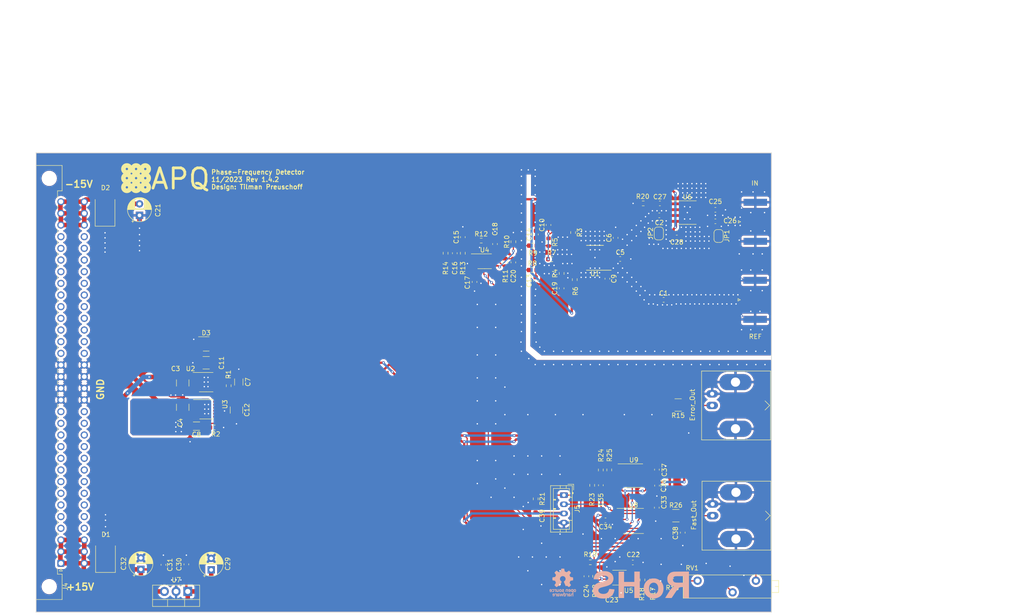
<source format=kicad_pcb>
(kicad_pcb (version 20221018) (generator pcbnew)
  (title_block (title "Phase-Frequency Detector") (date "2023-06-16") (rev "1.4.2") (company "Atoms Photons Quanta, Institut für Angewandte Physik, TU Darmstadt") (comment 1 "Tilman Preuschoff"))
  (layers (0 "F.Cu" signal) (31 "B.Cu" signal) (34 "B.Paste" user) (35 "F.Paste" user) (36 "B.SilkS" user "B.Silkscreen") (37 "F.SilkS" user "F.Silkscreen") (38 "B.Mask" user) (39 "F.Mask" user) (44 "Edge.Cuts" user))
  (net 0 "")
  (net 1 "Net-(U1-R)")
  (net 2 "Net-(J1-In)")
  (net 3 "Net-(U1-V)")
  (net 4 "GND")
  (net 5 "Net-(U1-NR)")
  (net 6 "Net-(U1-NV)")
  (net 7 "Net-(U2-SET)")
  (net 8 "Net-(U3-SET)")
  (net 9 "+5V")
  (net 10 "-5V")
  (net 11 "Net-(U1-NU)")
  (net 12 "Net-(U1-ND)")
  (net 13 "Net-(C15-Pad1)")
  (net 14 "Net-(U4A--)")
  (net 15 "Net-(C16-Pad1)")
  (net 16 "Net-(U4B--)")
  (net 17 "Net-(U5B--)")
  (net 18 "Net-(U6-~{IN})")
  (net 19 "Net-(U6-IN)")
  (net 20 "Net-(D2-A2)")
  (net 21 "Net-(J2-In)")
  (net 22 "Net-(U6-~{OUT})")
  (net 23 "Net-(R16-Pad2)")
  (net 24 "Net-(J6-In)")
  (net 25 "Div_out")
  (net 26 "Net-(C27-Pad1)")
  (net 27 "+15V")
  (net 28 "+8V")
  (net 29 "/Fast PD regulator/error_sig")
  (net 30 "S2")
  (net 31 "Net-(J3-In)")
  (net 32 "Net-(C35-Pad1)")
  (net 33 "D1D2")
  (net 38 "S1")
  (net 41 "D4")
  (net 42 "S4")
  (net 81 "Net-(J5-Pin_2)")
  (net 82 "Net-(J5-Pin_1)")
  (net 83 "Net-(JP1-B)")
  (net 84 "Net-(U1-VCC3V)")
  (net 85 "Net-(U1-U)")
  (net 86 "Net-(U1-D)")
  (net 87 "Net-(U4B-+)")
  (net 88 "Net-(U5A--)")
  (net 89 "Net-(U9--)")
  (net 90 "Net-(U9-FB)")
  (net 91 "Net-(U5A-+)")
  (footprint "Capacitor_SMD:C_0603_1608Metric" (layer "F.Cu") (at 205.6 63.6)
    (fp_text reference "C2")
    (fp_text value "100p")
  )
  (footprint "Capacitor_SMD:C_1210_3225Metric" (layer "F.Cu") (at 101.9 100.1 -90)
    (fp_text reference "C3")
    (fp_text value "10u")
  )
  (footprint "Capacitor_SMD:C_1210_3225Metric" (layer "F.Cu") (at 101.9 105.4 90)
    (fp_text reference "C4")
    (fp_text value "10u")
  )
  (footprint "Capacitor_SMD:C_0603_1608Metric" (layer "F.Cu") (at 197.1 73.1)
    (fp_text reference "C5")
    (fp_text value "1n")
  )
  (footprint "Capacitor_SMD:C_0603_1608Metric" (layer "F.Cu") (at 196.1 68.5 90)
    (fp_text reference "C6")
    (fp_text value "1n")
  )
  (footprint "Capacitor_SMD:C_1206_3216Metric" (layer "F.Cu") (at 114.1 99.9 90)
    (fp_text reference "C7")
    (fp_text value "100n")
  )
  (footprint "Capacitor_SMD:C_1206_3216Metric" (layer "F.Cu") (at 104.9 109.5 180)
    (fp_text reference "C8")
    (fp_text value "100n")
  )
  (footprint "Capacitor_SMD:C_0603_1608Metric" (layer "F.Cu") (at 194.3 77.4 -90)
    (fp_text reference "C9")
    (fp_text value "100n")
  )
  (footprint "Capacitor_SMD:C_0603_1608Metric" (layer "F.Cu") (at 181.5 65.7 90)
    (fp_text reference "C10")
    (fp_text value "1n")
  )
  (footprint "Capacitor_SMD:C_1210_3225Metric" (layer "F.Cu") (at 107 95.7 180)
    (fp_text reference "C11")
    (fp_text value "10u")
  )
  (footprint "Capacitor_SMD:C_0603_1608Metric" (layer "F.Cu") (at 178.7 77.85 90)
    (fp_text reference "C13")
    (fp_text value "15p")
  )
  (footprint "Capacitor_SMD:C_0603_1608Metric" (layer "F.Cu") (at 178.75 67.75 90)
    (fp_text reference "C14")
    (fp_text value "15p")
  )
  (footprint "Capacitor_SMD:C_0603_1608Metric" (layer "F.Cu") (at 162.85 68.35 90)
    (fp_text reference "C15")
    (fp_text value "560p")
  )
  (footprint "Capacitor_SMD:C_0603_1608Metric" (layer "F.Cu") (at 161.1 71.85 -90)
    (fp_text reference "C16")
    (fp_text value "150p")
  )
  (footprint "Capacitor_SMD:C_0603_1608Metric" (layer "F.Cu") (at 165.4 78.1 -90)
    (fp_text reference "C17")
    (fp_text value "100n")
  )
  (footprint "Capacitor_SMD:C_0603_1608Metric" (layer "F.Cu") (at 169.85 69.85 90)
    (fp_text reference "C18")
    (fp_text value "100n")
  )
  (footprint "Capacitor_SMD:C_0603_1608Metric" (layer "F.Cu") (at 184.35 79.5 -90)
    (fp_text reference "C19")
    (fp_text value "1n")
  )
  (footprint "Capacitor_SMD:C_0603_1608Metric" (layer "F.Cu") (at 173.85 73.85 -90)
    (fp_text reference "C20")
    (fp_text value "15p")
  )
  (footprint "Capacitor_SMD:C_0603_1608Metric" (layer "F.Cu") (at 199.8345 139.192)
    (fp_text reference "C22")
    (fp_text value "100n")
  )
  (footprint "Capacitor_SMD:C_0603_1608Metric" (layer "F.Cu") (at 195.2498 145.7833)
    (fp_text reference "C23")
    (fp_text value "100n")
  )
  (footprint "Capacitor_SMD:C_0603_1608Metric" (layer "F.Cu") (at 189.738 142.1989 90)
    (fp_text reference "C24")
    (fp_text value "15p")
  )
  (footprint "footprints:APQ-Logo" (layer "F.Cu") (at 89.5 53)
    (fp_text reference "LOGO1" hide)
    (fp_text value "Logo_APQ")
  )
  (footprint "Resistor_SMD:R_0603_1608Metric" (layer "F.Cu") (at 111.9 100.7 90)
    (fp_text reference "R1")
    (fp_text value "49.9k")
  )
  (footprint "Resistor_SMD:R_0603_1608Metric" (layer "F.Cu") (at 108.75 109.8)
    (fp_text reference "R2")
    (fp_text value "49.9k")
  )
  (footprint "Resistor_SMD:R_0603_1608Metric" (layer "F.Cu") (at 186.85 67.35 -90)
    (fp_text reference "R3")
    (fp_text value "200")
  )
  (footprint "Resistor_SMD:R_0603_1608Metric" (layer "F.Cu") (at 184.35 76.25 90)
    (fp_text reference "R4")
    (fp_text value "200")
  )
  (footprint "Resistor_SMD:R_0603_1608Metric" (layer "F.Cu") (at 181.5 69.45 -90)
    (fp_text reference "R5")
    (fp_text value "200")
  )
  (footprint "Resistor_SMD:R_0603_1608Metric" (layer "F.Cu") (at 187.2 77.6 90)
    (fp_text reference "R6")
    (fp_text value "20")
  )
  (footprint "Resistor_SMD:R_0603_1608Metric" (layer "F.Cu") (at 182.2 73.15)
    (fp_text reference "R7")
    (fp_text value "20")
  )
  (footprint "Resistor_SMD:R_0603_1608Metric" (layer "F.Cu") (at 178 75.5)
    (fp_text reference "R8")
    (fp_text value "200")
  )
  (footprint "Resistor_SMD:R_0603_1608Metric" (layer "F.Cu") (at 178.05 70.2)
    (fp_text reference "R9")
    (fp_text value "200")
  )
  (footprint "Resistor_SMD:R_0603_1608Metric" (layer "F.Cu") (at 173.85 69.35 90)
    (fp_text reference "R10")
    (fp_text value "390")
  )
  (footprint "Resistor_SMD:R_0603_1608Metric" (layer "F.Cu") (at 172.1 73.85 -90)
    (fp_text reference "R11")
    (fp_text value "390")
  )
  (footprint "Resistor_SMD:R_0603_1608Metric" (layer "F.Cu") (at 166.85 69.1)
    (fp_text reference "R12")
    (fp_text value "200")
  )
  (footprint "Resistor_SMD:R_0603_1608Metric" (layer "F.Cu") (at 162.85 71.85 -90)
    (fp_text reference "R13")
    (fp_text value "200")
  )
  (footprint "Resistor_SMD:R_0603_1608Metric" (layer "F.Cu") (at 159.1 71.85 90)
    (fp_text reference "R14")
    (fp_text value "100")
  )
  (footprint "Resistor_SMD:R_1210_3225Metric" (layer "F.Cu") (at 209.7 104.9 180)
    (fp_text reference "R15")
    (fp_text value "49.9")
  )
  (footprint "Resistor_SMD:R_0603_1608Metric" (layer "F.Cu") (at 208.49625 143.2)
    (fp_text reference "R16")
    (fp_text value "20")
  )
  (footprint "Resistor_SMD:R_0603_1608Metric" (layer "F.Cu") (at 202.1 61 180)
    (fp_text reference "R20")
    (fp_text value "49.9")
  )
  (footprint "Potentiometer_THT:Potentiometer_Vishay_43_Horizontal" (layer "F.Cu") (at 213.925 143.16 180)
    (fp_text reference "RV1")
    (fp_text value "500")
  )
  (footprint "Package_SO:MSOP-12-1EP_3x4mm_P0.65mm_EP1.65x2.85mm" (layer "F.Cu") (at 107.005 99.925)
    (fp_text reference "U2")
    (fp_text value "LT3045EMSE")
  )
  (footprint "Package_SO:MSOP-12-1EP_3x4mm_P0.65mm_EP1.65x2.85mm" (layer "F.Cu") (at 107.095 105.825)
    (fp_text reference "U3")
    (fp_text value "LT3094EMSE")
  )
  (footprint "footprints:QSOP-16_3.9x4.9mm_P0.635mm_EP_2.3mmx1.75mm_DNF" (layer "F.Cu") (at 191.6 72.8175 180)
    (fp_text reference "U1")
    (fp_text value "HMC439QS16G")
  )
  (footprint "Capacitor_SMD:C_0603_1608Metric" (layer "F.Cu") (at 206.55 82)
    (fp_text reference "C1")
    (fp_text value "100p")
  )
  (footprint "Capacitor_SMD:C_1210_3225Metric" (layer "F.Cu") (at 113.6 106 -90)
    (fp_text reference "C12")
    (fp_text value "10u")
  )
  (footprint "footprints:MSOP-8_3x3mm_P0.65mm_mod" (layer "F.Cu") (at 167.6 73.6)
    (fp_text reference "U4")
    (fp_text value "ADA4896-2ARMZ")
  )
  (footprint "footprints:MSOP-8_3x3mm_P0.65mm_mod" (layer "F.Cu") (at 196.938 142.4989 180)
    (fp_text reference "U5")
    (fp_text value "ADA4896-2ARMZ")
  )
  (footprint "Capacitor_SMD:C_0603_1608Metric" (layer "F.Cu") (at 217.8 62.4 180)
    (fp_text reference "C25")
    (fp_text value "100p")
  )
  (footprint "Capacitor_SMD:C_0603_1608Metric" (layer "F.Cu") (at 217.8 64.9)
    (fp_text reference "C26")
    (fp_text value "100p")
  )
  (footprint "Capacitor_SMD:C_0603_1608Metric" (layer "F.Cu") (at 205.725 61)
    (fp_text reference "C27")
    (fp_text value "1n")
  )
  (footprint "Capacitor_SMD:C_0603_1608Metric" (layer "F.Cu") (at 209.4 67.4 180)
    (fp_text reference "C28")
    (fp_text value "100n")
  )
  (footprint "Capacitor_THT:CP_Radial_D5.0mm_P2.50mm" (layer "F.Cu") (at 108.1 140.8 90)
    (fp_text reference "C29")
    (fp_text value "100u")
  )
  (footprint "Capacitor_SMD:C_0603_1608Metric" (layer "F.Cu") (at 102.7 139.6 -90)
    (fp_text reference "C30")
    (fp_text value "100n")
  )
  (footprint "Capacitor_SMD:C_0603_1608Metric" (layer "F.Cu") (at 97.7 139.7 -90)
    (fp_text reference "C31")
    (fp_text value "100n")
  )
  (footprint "Capacitor_THT:CP_Radial_D5.0mm_P2.50mm" (layer "F.Cu") (at 92.8 140.7 90)
    (fp_text reference "C32")
    (fp_text value "100u")
  )
  (footprint "Connector_DIN:DIN41612_C_2x32_Male_Horizontal_THT" (layer "F.Cu") (at 75.4 139.37 90)
    (fp_text reference "J4")
    (fp_text value "C64AC")
  )
  (footprint "Package_TO_SOT_THT:TO-220-3_Vertical" (layer "F.Cu") (at 103 145.5 180)
    (fp_text reference "U7")
    (fp_text value "L7808")
  )
  (footprint "Package_SO:SOIC-8-1EP_3.9x4.9mm_P1.27mm_EP2.41x3.81mm" (layer "F.Cu") (at 211.7 63)
    (fp_text reference "U6")
    (fp_text value "HMC365S8G")
  )
  (footprint "Capacitor_THT:CP_Radial_D5.0mm_P2.50mm" (layer "F.Cu") (at 92.5 63.6 90)
    (fp_text reference "C21")
    (fp_text value "100u")
  )
  (footprint "Capacitor_SMD:C_0603_1608Metric" (layer "F.Cu") (at 205.0542 127.254 90)
    (fp_text reference "C33")
    (fp_text value "100n")
  )
  (footprint "Capacitor_SMD:C_0603_1608Metric" (layer "F.Cu") (at 193.8909 130.0099 180)
    (fp_text reference "C34")
    (fp_text value "100n")
  )
  (footprint "Capacitor_SMD:C_0603_1608Metric" (layer "F.Cu") (at 192.8876 122.3772 -90)
    (fp_text reference "C35")
    (fp_text value "1n")
  )
  (footprint "Capacitor_SMD:C_0603_1608Metric" (layer "F.Cu") (at 205.105 122.4534 -90)
    (fp_text reference "C36")
    (fp_text value "100n")
  )
  (footprint "Capacitor_SMD:C_0603_1608Metric" (layer "F.Cu") (at 205.0796 118.9736 90)
    (fp_text reference "C37")
    (fp_text value "100n")
  )
  (footprint "Capacitor_SMD:C_0603_1608Metric" (layer "F.Cu") (at 210.7057 132.6896 -90)
    (fp_text reference "C38")
    (fp_text value "DNF")
  )
  (footprint "Diode_SMD:D_SMB" (layer "F.Cu") (at 85.1 137.7 90)
    (fp_text reference "D1")
    (fp_text value "SMB")
  )
  (footprint "Diode_SMD:D_SMB" (layer "F.Cu") (at 85 62.3 90)
    (fp_text reference "D2")
    (fp_text value "SMB")
  )
  (footprint "Resistor_SMD:R_0603_1608Metric" (layer "F.Cu") (at 204.038 143 -90)
    (fp_text reference "R17")
    (fp_text value "200")
  )
  (footprint "Resistor_SMD:R_0603_1608Metric" (layer "F.Cu") (at 201.938 143 90)
    (fp_text reference "R18")
    (fp_text value "200")
  )
  (footprint "Resistor_SMD:R_0603_1608Metric" (layer "F.Cu") (at 190.5889 139.1539 180)
    (fp_text reference "R19")
    (fp_text value "200")
  )
  (footprint "Resistor_SMD:R_0603_1608Metric" (layer "F.Cu") (at 178.7017 125.3363 -90)
    (fp_text reference "R21")
    (fp_text value "10k")
  )
  (footprint "Resistor_SMD:R_0603_1608Metric" (layer "F.Cu") (at 191.638 142.1989 -90)
    (fp_text reference "R22")
    (fp_text value "200")
  )
  (footprint "Resistor_SMD:R_0603_1608Metric" (layer "F.Cu") (at 190.9953 122.3899 90)
    (fp_text reference "R23")
    (fp_text value "200")
  )
  (footprint "Resistor_SMD:R_0603_1608Metric" (layer "F.Cu") (at 192.8749 119.0498 90)
    (fp_text reference "R24")
    (fp_text value "4.7")
  )
  (footprint "Resistor_SMD:R_0603_1608Metric" (layer "F.Cu") (at 194.7164 119.0371 90)
    (fp_text reference "R25")
    (fp_text value "200")
  )
  (footprint "Resistor_SMD:R_1210_3225Metric" (layer "F.Cu") (at 209.2071 129.0066)
    (fp_text reference "R26")
    (fp_text value "49.9")
  )
  (footprint "Package_SO:TSSOP-16_4.4x5mm_P0.65mm" (layer "F.Cu") (at 199.9869 130.1496)
    (fp_text reference "U8")
    (fp_text value "ADG1613")
  )
  (footprint "Package_SO:SO-8_3.9x4.9mm_P1.27mm" (layer "F.Cu") (at 200.0504 120.2817)
    (fp_text reference "U9")
    (fp_text value "LTC6228xS8")
  )
  (footprint "Connector_Coaxial:SMA_Amphenol_132289_EdgeMount" (layer "F.Cu") (at 226.4375 82)
    (fp_text reference "J1" hide)
    (fp_text value "REF")
  )
  (footprint "Connector_Coaxial:SMA_Amphenol_132289_EdgeMount" (layer "F.Cu") (at 226.5 65)
    (fp_text reference "J2" hide)
    (fp_text value "IN")
  )
  (footprint "Connector_Coaxial:BNC_Amphenol_B6252HB-NPP3G-50_Horizontal" (layer "F.Cu") (at 217.1 105 -90)
    (fp_text reference "J3" hide)
    (fp_text value "Error_Out")
  )
  (footprint "Connector_Coaxial:BNC_Amphenol_B6252HB-NPP3G-50_Horizontal" (layer "F.Cu") (at 217.2 129 -90)
    (fp_text reference "J6" hide)
    (fp_text value "Fast_Out")
  )
  (footprint "Connector_JST:JST_PH_B4B-PH-K_1x04_P2.00mm_Vertical" (layer "F.Cu") (at 184.8485 124.5235 -90)
    (fp_text reference "J5")
    (fp_text value "Switch")
  )
  (footprint "Capacitor_SMD:C_0603_1608Metric" (layer "F.Cu") (at 178.6763 129.0574 -90)
    (fp_text reference "C39")
    (fp_text value "100n")
  )
  (footprint "Package_TO_SOT_SMD:SOT-23" (layer "F.Cu") (at 107 91.6)
    (fp_text reference "D3")
    (fp_text value "PMEG2010")
  )
  (footprint "Jumper:SolderJumper-2_P1.3mm_Open_RoundedPad1.0x1.5mm" (layer "F.Cu") (at 205.5 67.55 90)
    (fp_text reference "JP2")
    (fp_text value "no_divider")
  )
  (footprint "Jumper:SolderJumper-2_P1.3mm_Open_RoundedPad1.0x1.5mm" (layer "F.Cu") (at 218.5 68.1 -90)
    (fp_text reference "JP1")
    (fp_text value "no_divider")
  )
  (footprint "Symbol:OSHW-Logo_5.7x6mm_SilkScreen" (layer "B.Cu") (at 184.6 143.55 180)
    (fp_text reference "LOGO2" hide)
    (fp_text value "Logo_Open_Hardware_Small" hide)
  )
  (footprint "Symbol:RoHS-Logo_6mm_SilkScreen" (layer "B.Cu") (at 201.6 144.05 180)
    (fp_text reference "LOGO3" hide)
    (fp_text value "Logo_ROHS" hide)
  )
  (gr_line (start 70 50) (end 70 150) (stroke (width 0.15)) (layer "Edge.Cuts"))
  (gr_line (start 230 50) (end 70 50) (stroke (width 0.15)) (layer "Edge.Cuts"))
  (gr_line (start 70 150) (end 230 150) (stroke (width 0.15)) (layer "Edge.Cuts"))
  (gr_line (start 230 150) (end 230 50) (stroke (width 0.15)) (layer "Edge.Cuts"))
  (gr_text "Phase-Frequency Detector\n11/2023 Rev 1.4.2\nDesign: Tilman Preuschoff" (at 108 55.8) (layer "F.SilkS") (effects (font (size 1 1) (thickness 0.2)) (justify left)))
  (gr_text "-15V" (at 79.3 56.8) (layer "F.SilkS") (effects (font (size 1.5 1.5) (thickness 0.3))))
  (gr_text "GND" (at 84 101.5 90) (layer "F.SilkS") (effects (font (size 1.5 1.5) (thickness 0.3))))
  (gr_text "+15V" (at 79.6 144.5) (layer "F.SilkS") (effects (font (size 1.5 1.5) (thickness 0.3))))
  (segment (start 203.5343 82) (end 195.3043 73.77) (width 0.25) (layer "F.Cu") (net 1))
  (segment (start 205.775 82) (end 203.5343 82) (width 0.25) (layer "F.Cu") (net 1))
  (segment (start 195.3043 73.77) (end 194.2543 73.77) (width 0.25) (layer "F.Cu") (net 1))
  (segment (start 227.3 82) (end 207.325 82) (width 0.25) (layer "F.Cu") (net 2))
  (segment (start 194.2543 71.865) (end 195.635 71.865) (width 0.25) (layer "F.Cu") (net 3))
  (segment (start 195.635 71.865) (end 203.9 63.6) (width 0.25) (layer "F.Cu") (net 3))
  (segment (start 203.9 63.6) (end 205.115 63.6) (width 0.25) (layer "F.Cu") (net 3))
  (segment (start 191.64965 72.85035) (end 191.6 72.8007) (width 0.25) (layer "F.Cu") (net 4))
  (segment (start 191.6 72.8) (end 191.6 72.7875) (width 0.25) (layer "F.Cu") (net 4))
  (segment (start 100.34 102.74) (end 99.34 102.74) (width 1) (layer "F.Cu") (net 4))
  (segment (start 101.9 102.7) (end 101.9 104) (width 1) (layer "F.Cu") (net 4))
  (segment (start 85.1 130) (end 85.1 128.8) (width 1) (layer "F.Cu") (net 4))
  (segment (start 85.1 131.4) (end 85.1 130) (width 1) (layer "F.Cu") (net 4))
  (segment (start 85.1 133) (end 85.1 131.4) (width 1) (layer "F.Cu") (net 4))
  (segment (start 85 70.7) (end 85 71.6) (width 1) (layer "F.Cu") (net 4))
  (segment (start 85 69.6) (end 85 70.7) (width 1) (layer "F.Cu") (net 4))
  (segment (start 85 68.5) (end 85 69.6) (width 1) (layer "F.Cu") (net 4))
  (segment (start 85 67.4) (end 85 68.5) (width 1) (layer "F.Cu") (net 4))
  (segment (start 92.5 66.4) (end 92.5 67.8) (width 1) (layer "F.Cu") (net 4))
  (segment (start 92.5 67.8) (end 92.5 69.1) (width 1) (layer "F.Cu") (net 4))
  (segment (start 92.5 69.1) (end 92.5 70.2) (width 1) (layer "F.Cu") (net 4))
  (segment (start 92.5 70.2) (end 92.5 71.3) (width 1) (layer "F.Cu") (net 4))
  (segment (start 211.7 62.3) (end 211.1 61.7) (width 0.5) (layer "F.Cu") (net 4))
  (segment (start 192.6 75.1) (end 192.899999 74.800001) (width 0.25) (layer "F.Cu") (net 4))
  (segment (start 218.28 62.4) (end 220 62.4) (width 0.25) (layer "F.Cu") (net 4))
  (segment (start 211.7 63) (end 211.7 62.4) (width 0.25) (layer "F.Cu") (net 4))
  (segment (start 194.183 140.8814) (end 194.183 140.1572) (width 0.25) (layer "F.Cu") (net 4))
  (segment (start 203.876 131.1246) (end 204.8129 130.1877) (width 0.25) (layer "F.Cu") (net 4))
  (segment (start 85.1 135.55) (end 85.1 133) (width 1) (layer "F.Cu") (net 4))
  (segment (start 211.7 63.8) (end 212.3 64.4) (width 0.25) (layer "F.Cu") (net 4))
  (segment (start 100.46 145.5) (end 100.46 142.959992) (width 0.5) (layer "F.Cu") (net 4))
  (segment (start 206.9722 123.2284) (end 206.9846 123.2408) (width 0.25) (layer "F.Cu") (net 4))
  (segment (start 207.70875 143.2) (end 205.89625 143.2) (width 0.25) (layer "F.Cu") (net 4))
  (segment (start 194.2543 74.405) (end 195.209302 74.405) (width 0.25) (layer "F.Cu") (net 4))
  (segment (start 114.1 98.5) (end 114.1 97.1) (width 0.25) (layer "F.Cu") (net 4))
  (segment (start 107.005 99.925) (end 107.005 99.925028) (width 0.5) (layer "F.Cu") (net 4))
  (segment (start 104.99 107.91) (end 103.4 109.5) (width 0.25) (layer "F.Cu") (net 4))
  (segment (start 197.8875 73.1) (end 199.4 73.1) (width 0.25) (layer "F.Cu") (net 4))
  (segment (start 192.899999 74.500001) (end 192.995 74.405) (width 0.25) (layer "F.Cu") (net 4))
  (segment (start 194.2543 70.595) (end 194.2543 69.7543) (width 0.25) (layer "F.Cu") (net 4))
  (segment (start 165.4875 73.925) (end 164.025 73.925) (width 0.25) (layer "F.Cu") (net 4))
  (segment (start 162.85 67.5625) (end 162.85 66.1) (width 0.25) (layer "F.Cu") (net 4))
  (segment (start 197.2564 145.7833) (end 197.2818 145.8087) (width 0.25) (layer "F.Cu") (net 4))
  (segment (start 97.7 138.925) (end 97.7 137.6) (width 0.5) (layer "F.Cu") (net 4))
  (segment (start 192.899999 74.800001) (end 192.899999 74.500001) (width 0.25) (layer "F.Cu") (net 4))
  (segment (start 200.622 139.192) (end 202.057 139.192) (width 0.25) (layer "F.Cu") (net 4))
  (segment (start 177.0883 126.1613) (end 177.0634 126.1364) (width 0.25) (layer "F.Cu") (net 4))
  (segment (start 113.6 107.4) (end 113.6 109) (width 0.25) (layer "F.Cu") (net 4))
  (segment (start 165.4 78.8875) (end 165.4 80.1) (width 0.25) (layer "F.Cu") (net 4))
  (segment (start 188.9457 71.865) (end 190.665 71.865) (width 0.25) (layer "F.Cu") (net 4))
  (segment (start 205.105 123.2284) (end 206.9722 123.2284) (width 0.25) (layer "F.Cu") (net 4))
  (segment (start 205.105 123.2284) (end 205.105 124.6886) (width 0.25) (layer "F.Cu") (net 4))
  (segment (start 109.245 106.15) (end 110.95 106.15) (width 0.25) (layer "F.Cu") (net 4))
  (segment (start 111.9 99) (end 111.9 98.8) (width 0.25) (layer "F.Cu") (net 4))
  (segment (start 111.9 99) (end 111.9 98.5) (width 0.25) (layer "F.Cu") (net 4))
  (segment (start 196.1 67.7125) (end 196.1 66.2) (width 0.25) (layer "F.Cu") (net 4))
  (segment (start 101.9 102.2) (end 101.9 102.7) (width 1) (layer "F.Cu") (net 4))
  (segment (start 205.0542 126.479) (end 205.0542 124.7394) (width 0.25) (layer "F.Cu") (net 4))
  (segment (start 191.9175 72.5) (end 191.6 72.8175) (width 0.25) (layer "F.Cu") (net 4))
  (segment (start 85 64.45) (end 85 67.4) (width 1) (layer "F.Cu") (net 4))
  (segment (start 191.8875 72.5) (end 191.6 72.7875) (width 0.25) (layer "F.Cu") (net 4))
  (segment (start 211.7 63) (end 211.7 63.8) (width 0.25) (layer "F.Cu") (net 4))
  (segment (start 205.0542 124.7394) (end 205.0669 124.7267) (width 0.25) (layer "F.Cu") (net 4))
  (segment (start 205.105 124.6886) (end 205.0669 124.7267) (width 0.25) (layer "F.Cu") (net 4))
  (segment (start 101.36 102.74) (end 101.9 102.2) (width 1) (layer "F.Cu") (net 4))
  (segment (start 191.6 72.8007) (end 191.6 72.8) (width 0.25) (layer "F.Cu") (net 4))
  (segment (start 190.665 71.865) (end 191.6 72.8) (width 0.25) (layer "F.Cu") (net 4))
  (segment (start 99.34 102.74) (end 101.36 102.74) (width 1) (layer "F.Cu") (net 4))
  (segment (start 178.75 66.9625) (end 178.75 65.75) (width 0.25) (layer "F.Cu") (net 4))
  (segment (start 104.855 101.55) (end 106.805 101.55) (width 0.25) (layer "F.Cu") (net 4))
  (segment (start 204.038 143.7739) (end 204.038 145.0719) (width 0.25) (layer "F.Cu") (net 4))
  (segment (start 195.6 74.795698) (end 195.6 75.1) (width 0.25) (layer "F.Cu") (net 4))
  (segment (start 104.975 95.7) (end 104.1 95.7) (width 0.5) (layer "F.Cu") (net 4))
  (segment (start 169.85 69.0625) (end 169.85 67.1) (width 0.25) (layer "F.Cu") (net 4))
  (segment (start 178.6763 129.8324) (end 178.6763 130.0734) (width 0.25) (layer "F.Cu") (net 4))
  (segment (start 178.6763 130.0734) (end 179.8447 131.2418) (width 0.25) (layer "F.Cu") (net 4))
  (segment (start 104.99 107.45) (end 104.99 107.91) (width 0.25) (layer "F.Cu") (net 4))
  (segment (start 188.9457 69.4457) (end 188.6 69.1) (width 0.25) (layer "F.Cu") (net 4))
  (segment (start 109.155 100.25) (end 107.33 100.25) (width 0.25) (layer "F.Cu") (net 4))
  (segment (start 109.5375 109.8) (end 110.8 109.8) (width 0.25) (layer "F.Cu") (net 4))
  (segment (start 188.9457 75.6457) (end 188.9457 75.04) (width 0.25) (layer "F.Cu") (net 4))
  (segment (start 210.7057 133.4646) (end 210.7057 135.509) (width 0.25) (layer "F.Cu") (net 4))
  (segment (start 106.805 101.55) (end 107.005 101.35) (width 0.25) (layer "F.Cu") (net 4))
  (segment (start 178.6 65.6) (end 178.75 65.75) (width 0.25) (layer "F.Cu") (net 4))
  (segment (start 192.995 74.405) (end 194.2543 74.405) (width 0.25) (layer "F.Cu") (net 4))
  (segment (start 164.025 73.925) (end 163.85 74.1) (width 0.25) (layer "F.Cu") (net 4))
  (segment (start 178.6 65.1) (end 178.6 65.6) (width 0.25) (layer "F.Cu") (net 4))
  (segment (start 107.005 101.35) (end 107.005 99.925) (width 0.25) (layer "F.Cu") (net 4))
  (segment (start 206.8954 118.1986) (end 206.9338 118.237) (width 0.25) (layer "F.Cu") (net 4))
  (segment (start 194.2543 72.5) (end 191.9175 72.5) (width 0.25) (layer "F.Cu") (net 4))
  (segment (start 101.9 101.5) (end 101.9 102.2) (width 1) (layer "F.Cu") (net 4))
  (segment (start 211.2 67.4) (end 211.4 67.2) (width 0.25) (layer "F.Cu") (net 4))
  (segment (start 210.175 67.4) (end 211.2 67.4) (width 0.25) (layer "F.Cu") (net 4))
  (segment (start 194.2543 69.7543) (end 193.6 69.1) (width 0.25) (layer "F.Cu") (net 4))
  (segment (start 111.9 99.9125) (end 111.9 99) (width 0.25) (layer "F.Cu") (net 4))
  (segment (start 188.9457 70.595) (end 188.9457 69.4457) (width 0.25) (layer "F.Cu") (net 4))
  (segment (start 110.95 106.15) (end 111 106.2) (width 0.25) (layer "F.Cu") (net 4))
  (segment (start 92.5 63.6) (end 92.5 66.4) (width 1) (layer "F.Cu") (net 4))
  (segment (start 178.7 78.6375) (end 178.7 79.7) (width 0.25) (layer "F.Cu") (net 4))
  (segment (start 211.7 63.8) (end 211.1 64.4) (width 0.25) (layer "F.Cu") (net 4))
  (segment (start 173.85 68.5625) (end 173.85 67.35) (width 0.25) (layer "F.Cu") (net 4))
  (segment (start 104.35 90.65) (end 104.3 90.6) (width 0.5) (layer "F.Cu") (net 4))
  (segment (start 211.7 62.4) (end 212.3 61.8) (width 0.25) (layer "F.Cu") (net 4))
  (segment (start 204.038 145.0719) (end 204.0382 145.0721) (width 0.25) (layer "F.Cu") (net 4))
  (segment (start 103.5 109.5) (end 103.5 112.9) (width 0.5) (layer "F.Cu") (net 4))
  (segment (start 205.0796 118.1986) (end 206.8954 118.1986) (width 0.25) (layer "F.Cu") (net 4))
  (segment (start 106.0625 90.65) (end 104.35 90.65) (width 0.5) (layer "F.Cu") (net 4))
  (segment (start 105.6 95.7) (end 104.975 95.7) (width 0.5) (layer "F.Cu") (net 4))
  (segment (start 202.8494 131.1246) (end 203.876 131.1246) (width 0.25) (layer "F.Cu") (net 4))
  (segment (start 201.3125 61) (end 199.9 61) (width 0.25) (layer "F.Cu") (net 4))
  (segment (start 109.155 100.25) (end 111.5625 100.25) (width 0.25) (layer "F.Cu") (net 4))
  (segment (start 195.209302 74.405) (end 195.6 74.795698) (width 0.25) (layer "F.Cu") (net 4))
  (segment (start 178.7017 126.1613) (end 177.0883 126.1613) (width 0.25) (layer "F.Cu") (net 4))
  (segment (start 102.7 138.825) (end 102.7 137.6) (width 0.5) (layer "F.Cu") (net 4))
  (segment (start 188.6 76.1) (end 189 75.7) (width 0.25) (layer "F.Cu") (net 4))
  (segment (start 197.1244 130.4746) (end 195.8392 130.4746) (width 0.25) (layer "F.Cu") (net 4))
  (segment (start 196.0373 145.7833) (end 197.2564 145.7833) (width 0.25) (layer "F.Cu") (net 4))
  (segment (start 202.057 139.192) (end 202.0697 139.1793) (width 0.25) (layer "F.Cu") (net 4))
  (segment (start 194.8255 141.5239) (end 194.183 140.8814) (width 0.25) (layer "F.Cu") (net 4))
  (segment (start 188.95 75.0443) (end 188.9457 75.04) (width 0.25) (layer "F.Cu") (net 4))
  (segment (start 181.5 64.9125) (end 180.2125 64.9125) (width 0.25) (layer "F.Cu") (net 4))
  (segment (start 189 75.7) (end 188.9457 75.6457) (width 0.25) (layer "F.Cu") (net 4))
  (segment (start 111.5625 100.25) (end 111.9 99.9125) (width 0.25) (layer "F.Cu") (net 4))
  (segment (start 107.33 100.25) (end 107.005 99.925) (width 0.25) (layer "F.Cu") (net 4))
  (segment (start 211.7 63) (end 211.7 62.3) (width 0.5) (layer "F.Cu") (net 4))
  (segment (start 195.8392 130.4746) (end 195.4022 130.9116) (width 0.25) (layer "F.Cu") (net 4))
  (via (at 205.1 62.6) (size 0.6) (drill 0.3) (layers "F.Cu" "B.Cu") (net 4))
  (via (at 204.1 62.6) (size 0.6) (drill 0.3) (layers "F.Cu" "B.Cu") (net 4))
  (via (at 206.1 62.6) (size 0.6) (drill 0.3) (layers "F.Cu" "B.Cu") (net 4))
  (via (at 207.1 62.6) (size 0.6) (drill 0.3) (layers "F.Cu" "B.Cu") (net 4))
  (via (at 189.6 77.1) (size 0.6) (drill 0.3) (layers "F.Cu" "B.Cu") (net 4))
  (via (at 190.6 77.1) (size 0.6) (drill 0.3) (layers "F.Cu" "B.Cu") (net 4))
  (via (at 191.6 77.1) (size 0.6) (drill 0.3) (layers "F.Cu" "B.Cu") (net 4))
  (via (at 192.6 77.1) (size 0.6) (drill 0.3) (layers "F.Cu" "B.Cu") (net 4))
  (via (at 188.6 76.1) (size 0.6) (drill 0.3) (layers "F.Cu" "B.Cu") (net 4))
  (via (at 189.6 76.1) (size 0.6) (drill 0.3) (layers "F.Cu" "B.Cu") (net 4))
  (via (at 190.6 76.1) (size 0.6) (drill 0.3) (layers "F.Cu" "B.Cu") (net 4))
  (via (at 191.6 76.1) (size 0.6) (drill 0.3) (layers "F.Cu" "B.Cu") (net 4))
  (via (at 192.6 76.1) (size 0.6) (drill 0.3) (layers "F.Cu" "B.Cu") (net 4))
  (via (at 190.6 75.1) (size 0.6) (drill 0.3) (layers "F.Cu" "B.Cu") (net 4))
  (via (at 191.6 75.1) (size 0.6) (drill 0.3) (layers "F.Cu" "B.Cu") (net 4))
  (via (at 192.6 75.1) (size 0.6) (drill 0.3) (layers "F.Cu" "B.Cu") (net 4))
  (via (at 190.6 71.1) (size 0.6) (drill 0.3) (layers "F.Cu" "B.Cu") (net 4))
  (via (at 191.6 71.1) (size 0.6) (drill 0.3) (layers "F.Cu" "B.Cu") (net 4))
  (via (at 192.6 71.1) (size 0.6) (drill 0.3) (layers "F.Cu" "B.Cu") (net 4))
  (via (at 190.6 70.1) (size 0.6) (drill 0.3) (layers "F.Cu" "B.Cu") (net 4))
  (via (at 191.6 70.1) (size 0.6) (drill 0.3) (layers "F.Cu" "B.Cu") (net 4))
  (via (at 192.6 70.1) (size 0.6) (drill 0.3) (layers "F.Cu" "B.Cu") (net 4))
  (via (at 188.6 69.1) (size 0.6) (drill 0.3) (layers "F.Cu" "B.Cu") (net 4))
  (via (at 189.6 69.1) (size 0.6) (drill 0.3) (layers "F.Cu" "B.Cu") (net 4))
  (via (at 190.6 69.1) (size 0.6) (drill 0.3) (layers "F.Cu" "B.Cu") (net 4))
  (via (at 191.6 69.1) (size 0.6) (drill 0.3) (layers "F.Cu" "B.Cu") (net 4))
  (via (at 192.6 69.1) (size 0.6) (drill 0.3) (layers "F.Cu" "B.Cu") (net 4))
  (via (at 193.6 69.1) (size 0.6) (drill 0.3) (layers "F.Cu" "B.Cu") (net 4))
  (via (at 188.6 68.1) (size 0.6) (drill 0.3) (layers "F.Cu" "B.Cu") (net 4))
  (via (at 189.6 68.1) (size 0.6) (drill 0.3) (layers "F.Cu" "B.Cu") (net 4))
  (via (at 190.6 68.1) (size 0.6) (drill 0.3) (layers "F.Cu" "B.Cu") (net 4))
  (via (at 191.6 68.1) (size 0.6) (drill 0.3) (layers "F.Cu" "B.Cu") (net 4))
  (via (at 192.6 68.1) (size 0.6) (drill 0.3) (layers "F.Cu" "B.Cu") (net 4))
  (via (at 193.6 68.1) (size 0.6) (drill 0.3) (layers "F.Cu" "B.Cu") (net 4))
  (via (at 188.6 67.1) (size 0.6) (drill 0.3) (layers "F.Cu" "B.Cu") (net 4))
  (via (at 189.6 67.1) (size 0.6) (drill 0.3) (layers "F.Cu" "B.Cu") (net 4))
  (via (at 190.6 67.1) (size 0.6) (drill 0.3) (layers "F.Cu" "B.Cu") (net 4))
  (via (at 191.6 67.1) (size 0.6) (drill 0.3) (layers "F.Cu" "B.Cu") (net 4))
  (via (at 192.6 67.1) (size 0.6) (drill 0.3) (layers "F.Cu" "B.Cu") (net 4))
  (via (at 193.6 67.1) (size 0.6) (drill 0.3) (layers "F.Cu" "B.Cu") (net 4))
  (via (at 183.5 71.1) (size 0.6) (drill 0.3) (layers "F.Cu" "B.Cu") (net 4))
  (via (at 182.5 71.1) (size 0.6) (drill 0.3) (layers "F.Cu" "B.Cu") (net 4))
  (via (at 184.5 71.1) (size 0.6) (drill 0.3) (layers "F.Cu" "B.Cu") (net 4))
  (via (at 185.5 71.1) (size 0.6) (drill 0.3) (layers "F.Cu" "B.Cu") (net 4))
  (via (at 107.4 100.9) (size 0.6) (drill 0.3) (layers "F.Cu" "B.Cu") (net 4))
  (via (at 106.6 100.9) (size 0.6) (drill 0.3) (layers "F.Cu" "B.Cu") (net 4))
  (via (at 107.4 98.9) (size 0.6) (drill 0.3) (layers "F.Cu" "B.Cu") (net 4))
  (via (at 107.4 99.9) (size 0.6) (drill 0.3) (layers "F.Cu" "B.Cu") (net 4))
  (via (at 106.6 98.9) (size 0.6) (drill 0.3) (layers "F.Cu" "B.Cu") (net 4))
  (via (at 106.6 99.9) (size 0.6) (drill 0.3) (layers "F.Cu" "B.Cu") (net 4))
  (via (at 178.6 55.1) (size 0.6) (drill 0.3) (layers "F.Cu" "B.Cu") (net 4))
  (via (at 178.6 57.1) (size 0.6) (drill 0.3) (layers "F.Cu" "B.Cu") (net 4))
  (via (at 178.6 59.1) (size 0.6) (drill 0.3) (layers "F.Cu" "B.Cu") (net 4))
  (via (at 178.6 61.1) (size 0.6) (drill 0.3) (layers "F.Cu" "B.Cu") (net 4))
  (via (at 178.6 63.1) (size 0.6) (drill 0.3) (layers "F.Cu" "B.Cu") (net 4))
  (via (at 178.6 65.1) (size 0.6) (drill 0.3) (layers "F.Cu" "B.Cu") (net 4))
  (via (at 178.6 72.85) (size 0.6) (drill 0.3) (layers "F.Cu" "B.Cu") (net 4))
  (via (at 178.6 81.1) (size 0.6) (drill 0.3) (layers "F.Cu" "B.Cu") (net 4))
  (via (at 178.6 83.1) (size 0.6) (drill 0.3) (layers "F.Cu" "B.Cu") (net 4))
  (via (at 178.6 85.1) (size 0.6) (drill 0.3) (layers "F.Cu" "B.Cu") (net 4))
  (via (at 179.6 92.3) (size 0.6) (drill 0.3) (layers "F.Cu" "B.Cu") (net 4))
  (via (at 175.6 55.1) (size 0.6) (drill 0.3) (layers "F.Cu" "B.Cu") (net 4))
  (via (at 175.6 57.1) (size 0.6) (drill 0.3) (layers "F.Cu" "B.Cu") (net 4))
  (via (at 175.6 59.1) (size 0.6) (drill 0.3) (layers "F.Cu" "B.Cu") (net 4))
  (via (at 175.6 61.1) (size 0.6) (drill 0.3) (layers "F.Cu" "B.Cu") (net 4))
  (via (at 175.6 63.1) (size 0.6) (drill 0.3) (layers "F.Cu" "B.Cu") (net 4))
  (via (at 175.6 65.1) (size 0.6) (drill 0.3) (layers "F.Cu" "B.Cu") (net 4))
  (via (at 175.6 67.1) (size 0.6) (drill 0.3) (layers "F.Cu" "B.Cu") (net 4))
  (via (at 175.6 69.1) (size 0.6) (drill 0.3) (layers "F.Cu" "B.Cu") (net 4))
  (via (at 175.6 71.1) (size 0.6) (drill 0.3) (layers "F.Cu" "B.Cu") (net 4))
  (via (at 175.6 73.1) (size 0.6) (drill 0.3) (layers "F.Cu" "B.Cu") (net 4))
  (via (at 175.6 74.6) (size 0.6) (drill 0.3) (layers "F.Cu" "B.Cu") (net 4))
  (via (at 175.6 77.1) (size 0.6) (drill 0.3) (layers "F.Cu" "B.Cu") (net 4))
  (via (at 175.6 79.1) (size 0.6) (drill 0.3) (layers "F.Cu" "B.Cu") (net 4))
  (via (at 175.6 81.1) (size 0.6) (drill 0.3) (layers "F.Cu" "B.Cu") (net 4))
  (via (at 175.6 83.1) (size 0.6) (drill 0.3) (layers "F.Cu" "B.Cu") (net 4))
  (via (at 175.6 85.1) (size 0.6) (drill 0.3) (layers "F.Cu" "B.Cu") (net 4))
  (via (at 175.6 93.2) (size 0.6) (drill 0.3) (layers "F.Cu" "B.Cu") (net 4))
  (via (at 177.2 94.8) (size 0.6) (drill 0.3) (layers "F.Cu" "B.Cu") (net 4))
  (via (at 178.6 96.1) (size 0.6) (drill 0.3) (layers "F.Cu" "B.Cu") (net 4))
  (via (at 180.6 96.1) (size 0.6) (drill 0.3) (layers "F.Cu" "B.Cu") (net 4))
  (via (at 180.6 93.2) (size 0.6) (drill 0.3) (layers "F.Cu" "B.Cu") (net 4))
  (via (at 182.6 93.2) (size 0.6) (drill 0.3) (layers "F.Cu" "B.Cu") (net 4))
  (via (at 184.6 93.2) (size 0.6) (drill 0.3) (layers "F.Cu" "B.Cu") (net 4))
  (via (at 186.6 93.2) (size 0.6) (drill 0.3) (layers "F.Cu" "B.Cu") (net 4))
  (via (at 188.6 93.2) (size 0.6) (drill 0.3) (layers "F.Cu" "B.Cu") (net 4))
  (via (at 190.6 93.2) (size 0.6) (drill 0.3) (layers "F.Cu" "B.Cu") (net 4))
  (via (at 192.6 93.2) (size 0.6) (drill 0.3) (layers "F.Cu" "B.Cu") (net 4))
  (via (at 194.6 93.2) (size 0.6) (drill 0.3) (layers "F.Cu" "B.Cu") (net 4))
  (via (at 198.6 93.2) (size 0.6) (drill 0.3) (layers "F.Cu" "B.Cu") (net 4))
  (via (at 200.6 93.2) (size 0.6) (drill 0.3) (layers "F.Cu" "B.Cu") (net 4))
  (via (at 202.6 93.2) (size 0.6) (drill 0.3) (layers "F.Cu" "B.Cu") (net 4))
  (via (at 205.7 80.9) (size 0.6) (drill 0.3) (layers "F.Cu" "B.Cu") (net 4))
  (via (at 206.7 80.9) (size 0.6) (drill 0.3) (layers "F.Cu" "B.Cu") (net 4))
  (via (at 207.7 80.9) (size 0.6) (drill 0.3) (layers "F.Cu" "B.Cu") (net 4))
  (via (at 208.7 80.9) (size 0.6) (drill 0.3) (layers "F.Cu" "B.Cu") (net 4))
  (via (at 209.7 80.9) (size 0.6) (drill 0.3) (layers "F.Cu" "B.Cu") (net 4))
  (via (at 210.7 80.9) (size 0.6) (drill 0.3) (layers "F.Cu" "B.Cu") (net 4))
  (via (at 211.7 80.9) (size 0.6) (drill 0.3) (layers "F.Cu" "B.Cu") (net 4))
  (via (at 212.7 80.9) (size 0.6) (drill 0.3) (layers "F.Cu" "B.Cu") (net 4))
  (via (at 213.7 80.9) (size 0.6) (drill 0.3) (layers "F.Cu" "B.Cu") (net 4))
  (via (at 214.7 80.9) (size 0.6) (drill 0.3) (layers "F.Cu" "B.Cu") (net 4))
  (via (at 215.7 80.9) (size 0.6) (drill 0.3) (layers "F.Cu" "B.Cu") (net 4))
  (via (at 216.7 80.9) (size 0.6) (drill 0.3) (layers "F.Cu" "B.Cu") (net 4))
  (via (at 217.7 80.9) (size 0.6) (drill 0.3) (layers "F.Cu" "B.Cu") (net 4))
  (via (at 218.7 80.9) (size 0.6) (drill 0.3) (layers "F.Cu" "B.Cu") (net 4))
  (via (at 219.7 80.9) (size 0.6) (drill 0.3) (layers "F.Cu" "B.Cu") (net 4))
  (via (at 220.7 80.9) (size 0.6) (drill 0.3) (layers "F.Cu" "B.Cu") (net 4))
  (via (at 221.7 80.9) (size 0.6) (drill 0.3) (layers "F.Cu" "B.Cu") (net 4))
  (via (at 222.7 80.9) (size 0.6) (drill 0.3) (layers "F.Cu" "B.Cu") (net 4))
  (via (at 206.3 83.1) (size 0.6) (drill 0.3) (layers "F.Cu" "B.Cu") (net 4))
  (via (at 207.3 83.1) (size 0.6) (drill 0.3) (layers "F.Cu" "B.Cu") (net 4))
  (via (at 208.3 83.1) (size 0.6) (drill 0.3) (layers "F.Cu" "B.Cu") (net 4))
  (via (at 209.3 82.9) (size 0.6) (drill 0.3) (layers "F.Cu" "B.Cu") (net 4))
  (via (at 210.3 82.9) (size 0.6) (drill 0.3) (layers "F.Cu" "B.Cu") (net 4))
  (via (at 211.3 82.9) (size 0.6) (drill 0.3) (layers "F.Cu" "B.Cu") (net 4))
  (via (at 212.3 82.9) (size 0.6) (drill 0.3) (layers "F.Cu" "B.Cu") (net 4))
  (via (at 213.3 82.9) (size 0.6) (drill 0.3) (layers "F.Cu" "B.Cu") (net 4))
  (via (at 214.3 82.9) (size 0.6) (drill 0.3) (layers "F.Cu" "B.Cu") (net 4))
  (via (at 215.3 82.9) (size 0.6) (drill 0.3) (layers "F.Cu" "B.Cu") (net 4))
  (via (at 216.3 82.9) (size 0.6) (drill 0.3) (layers "F.Cu" "B.Cu") (net 4))
  (via (at 217.3 82.9) (size 0.6) (drill 0.3) (layers "F.Cu" "B.Cu") (net 4))
  (via (at 218.3 82.9) (size 0.6) (drill 0.3) (layers "F.Cu" "B.Cu") (net 4))
  (via (at 219.3 82.9) (size 0.6) (drill 0.3) (layers "F.Cu" "B.Cu") (net 4))
  (via (at 220.3 82.9) (size 0.6) (drill 0.3) (layers "F.Cu" "B.Cu") (net 4))
  (via (at 221.3 82.9) (size 0.6) (drill 0.3) (layers "F.Cu" "B.Cu") (net 4))
  (via (at 222.3 82.9) (size 0.6) (drill 0.3) (layers "F.Cu" "B.Cu") (net 4))
  (via (at 212.7 59.7) (size 0.6) (drill 0.3) (layers "F.Cu" "B.Cu") (net 4))
  (via (at 213.7 59.7) (size 0.6) (drill 0.3) (layers "F.Cu" "B.Cu") (net 4))
  (via (at 214.7 59.7) (size 0.6) (drill 0.3) (layers "F.Cu" "B.Cu") (net 4))
  (via (at 215.7 59.7) (size 0.6) (drill 0.3) (layers "F.Cu" "B.Cu") (net 4))
  (via (at 212.7 58.7) (size 0.6) (drill 0.3) (layers "F.Cu" "B.Cu") (net 4))
  (via (at 213.7 58.7) (size 0.6) (drill 0.3) (layers "F.Cu" "B.Cu") (net 4))
  (via (at 214.7 58.7) (size 0.6) (drill 0.3) (layers "F.Cu" "B.Cu") (net 4))
  (via (at 215.7 58.7) (size 0.6) (drill 0.3) (layers "F.Cu" "B.Cu") (net 4))
  (via (at 212.7 57.7) (size 0.6) (drill 0.3) (layers "F.Cu" "B.Cu") (net 4))
  (via (at 213.7 57.7) (size 0.6) (drill 0.3) (layers "F.Cu" "B.Cu") (net 4))
  (via (at 214.7 57.7) (size 0.6) (drill 0.3) (layers "F.Cu" "B.Cu") (net 4))
  (via (at 215.7 57.7) (size 0.6) (drill 0.3) (layers "F.Cu" "B.Cu") (net 4))
  (via (at 212.7 56.7) (size 0.6) (drill 0.3) (layers "F.Cu" "B.Cu") (net 4))
  (via (at 213.7 56.7) (size 0.6) (drill 0.3) (layers "F.Cu" "B.Cu") (net 4))
  (via (at 214.7 56.7) (size 0.6) (drill 0.3) (layers "F.Cu" "B.Cu") (net 4))
  (via (at 215.7 56.7) (size 0.6) (drill 0.3) (layers "F.Cu" "B.Cu") (net 4))
  (via (at 210.7 59.7) (size 0.6) (drill 0.3) (layers "F.Cu" "B.Cu") (net 4))
  (via (at 211.7 58.7) (size 0.6) (drill 0.3) (layers "F.Cu" "B.Cu") (net 4))
  (via (at 210.7 58.7) (size 0.6) (drill 0.3) (layers "F.Cu" "B.Cu") (net 4))
  (via (at 211.7 57.7) (size 0.6) (drill 0.3) (layers "F.Cu" "B.Cu") (net 4))
  (via (at 210.7 57.7) (size 0.6) (drill 0.3) (layers "F.Cu" "B.Cu") (net 4))
  (via (at 209.7 57.7) (size 0.6) (drill 0.3) (layers "F.Cu" "B.Cu") (net 4))
  (via (at 211.7 56.7) (size 0.6) (drill 0.3) (layers "F.Cu" "B.Cu") (net 4))
  (via (at 210.7 56.7) (size 0.6) (drill 0.3) (layers "F.Cu" "B.Cu") (net 4))
  (via (at 209.7 56.7) (size 0.6) (drill 0.3) (layers "F.Cu" "B.Cu") (net 4))
  (via (at 211.4 66.2) (size 0.6) (drill 0.3) (layers "F.Cu" "B.Cu") (net 4))
  (via (at 212.4 66.2) (size 0.6) (drill 0.3) (layers "F.Cu" "B.Cu") (net 4))
  (via (at 213.4 66.2) (size 0.6) (drill 0.3) (layers "F.Cu" "B.Cu") (net 4))
  (via (at 214.4 66.2) (size 0.6) (drill 0.3) (layers "F.Cu" "B.Cu") (net 4))
  (via (at 211.4 67.2) (size 0.6) (drill 0.3) (layers "F.Cu" "B.Cu") (net 4))
  (via (at 212.4 67.2) (size 0.6) (drill 0.3) (layers "F.Cu" "B.Cu") (net 4))
  (via (at 213.4 67.2) (size 0.6) (drill 0.3) (layers "F.Cu" "B.Cu") (net 4))
  (via (at 214.4 67.2) (size 0.6) (drill 0.3) (layers "F.Cu" "B.Cu") (net 4))
  (via (at 211.4 68.2) (size 0.6) (drill 0.3) (layers "F.Cu" "B.Cu") (net 4))
  (via (at 212.4 68.2) (size 0.6) (drill 0.3) (layers "F.Cu" "B.Cu") (net 4))
  (via (at 213.4 68.2) (size 0.6) (drill 0.3) (layers "F.Cu" "B.Cu") (net 4))
  (via (at 214.4 68.2) (size 0.6) (drill 0.3) (layers "F.Cu" "B.Cu") (net 4))
  (via (at 210.4 69.2) (size 0.6) (drill 0.3) (layers "F.Cu" "B.Cu") (net 4))
  (via (at 211.4 69.2) (size 0.6) (drill 0.3) (layers "F.Cu" "B.Cu") (net 4))
  (via (at 212.4 69.2) (size 0.6) (drill 0.3) (layers "F.Cu" "B.Cu") (net 4))
  (via (at 213.4 69.2) (size 0.6) (drill 0.3) (layers "F.Cu" "B.Cu") (net 4))
  (via (at 214.4 69.2) (size 0.6) (drill 0.3) (layers "F.Cu" "B.Cu") (net 4))
  (via (at 210.4 70.8) (size 0.6) (drill 0.3) (layers "F.Cu" "B.Cu") (net 4))
  (via (at 211.4 70.8) (size 0.6) (drill 0.3) (layers "F.Cu" "B.Cu") (net 4))
  (via (at 212.4 70.8) (size 0.6) (drill 0.3) (layers "F.Cu" "B.Cu") (net 4))
  (via (at 213.4 70.8) (size 0.6) (drill 0.3) (layers "F.Cu" "B.Cu") (net 4))
  (via (at 214.4 70.8) (size 0.6) (drill 0.3) (layers "F.Cu" "B.Cu") (net 4))
  (via (at 204.6 93.2) (size 0.6) (drill 0.3) (layers "F.Cu" "B.Cu") (net 4))
  (via (at 206.6 93.2) (size 0.6) (drill 0.3) (layers "F.Cu" "B.Cu") (net 4))
  (via (at 208.6 93.2) (size 0.6) (drill 0.3) (layers "F.Cu" "B.Cu") (net 4))
  (via (at 210.6 93.2) (size 0.6) (drill 0.3) (layers "F.Cu" "B.Cu") (net 4))
  (via (at 212.6 93.2) (size 0.6) (drill 0.3) (layers "F.Cu" "B.Cu") (net 4))
  (via (at 214.6 93.2) (size 0.6) (drill 0.3) (layers "F.Cu" "B.Cu") (net 4))
  (via (at 216.6 93.2) (size 0.6) (drill 0.3) (layers "F.Cu" "B.Cu") (net 4))
  (via (at 218.6 93.2) (size 0.6) (drill 0.3) (layers "F.Cu" "B.Cu") (net 4))
  (via (at 220.6 93.2) (size 0.6) (drill 0.3) (layers "F.Cu" "B.Cu") (net 4))
  (via (at 222.6 93.2) (size 0.6) (drill 0.3) (layers "F.Cu" "B.Cu") (net 4))
  (via (at 224.6 93.2) (size 0.6) (drill 0.3) (layers "F.Cu" "B.Cu") (net 4))
  (via (at 226.6 93.2) (size 0.6) (drill 0.3) (layers "F.Cu" "B.Cu") (net 4))
  (via (at 228.6 93.2) (size 0.6) (drill 0.3) (layers "F.Cu" "B.Cu") (net 4))
  (via (at 228.6 96.1) (size 0.6) (drill 0.3) (layers "F.Cu" "B.Cu") (net 4))
  (via (at 182.6 96.1) (size 0.6) (drill 0.3) (layers "F.Cu" "B.Cu") (net 4))
  (via (at 184.6 96.1) (size 0.6) (drill 0.3) (layers "F.Cu" "B.Cu") (net 4))
  (via (at 186.6 96.1) (size 0.6) (drill 0.3) (layers "F.Cu" "B.Cu") (net 4))
  (via (at 188.6 96.1) (size 0.6) (drill 0.3) (layers "F.Cu" "B.Cu") (net 4))
  (via (at 190.6 96.1) (size 0.6) (drill 0.3) (layers "F.Cu" "B.Cu") (net 4))
  (via (at 192.6 96.1) (size 0.6) (drill 0.3) (layers "F.Cu" "B.Cu") (net 4))
  (via (at 194.6 96.1) (size 0.6) (drill 0.3) (layers "F.Cu" "B.Cu") (net 4))
  (via (at 196.6 96.1) (size 0.6) (drill 0.3) (layers "F.Cu" "B.Cu") (net 4))
  (via (at 198.6 96.1) (size 0.6) (drill 0.3) (layers "F.Cu" "B.Cu") (net 4))
  (via (at 200.6 96.1) (size 0.6) (drill 0.3) (layers "F.Cu" "B.Cu") (net 4))
  (via (at 202.6 96.1) (size 0.6) (drill 0.3) (layers "F.Cu" "B.Cu") (net 4))
  (via (at 204.6 96.1) (size 0.6) (drill 0.3) (layers "F.Cu" "B.Cu") (net 4))
  (via (at 206.6 96.1) (size 0.6) (drill 0.3) (layers "F.Cu" "B.Cu") (net 4))
  (via (at 208.6 96.1) (size 0.6) (drill 0.3) (layers "F.Cu" "B.Cu") (net 4))
  (via (at 210.6 96.1) (size 0.6) (drill 0.3) (layers "F.Cu" "B.Cu") (net 4))
  (via (at 212.6 96.1) (size 0.6) (drill 0.3) (layers "F.Cu" "B.Cu") (net 4))
  (via (at 214.6 96.1) (size 0.6) (drill 0.3) (layers "F.Cu" "B.Cu") (net 4))
  (via (at 216.6 96.1) (size 0.6) (drill 0.3) (layers "F.Cu" "B.Cu") (net 4))
  (via (at 218.6 96.1) (size 0.6) (drill 0.3) (layers "F.Cu" "B.Cu") (net 4))
  (via (at 220.6 96.1) (size 0.6) (drill 0.3) (layers "F.Cu" "B.Cu") (net 4))
  (via (at 222.6 96.1) (size 0.6) (drill 0.3) (layers "F.Cu" "B.Cu") (net 4))
  (via (at 224.6 96.1) (size 0.6) (drill 0.3) (layers "F.Cu" "B.Cu") (net 4))
  (via (at 226.6 96.1) (size 0.6) (drill 0.3) (layers "F.Cu" "B.Cu") (net 4))
  (via (at 217.8 63.6) (size 0.6) (drill 0.3) (layers "F.Cu" "B.Cu") (net 4))
  (via (at 219.4 63.6) (size 0.6) (drill 0.3) (layers "F.Cu" "B.Cu") (net 4))
  (via (at 220.6 64) (size 0.6) (drill 0.3) (layers "F.Cu" "B.Cu") (net 4))
  (via (at 222.1 64) (size 0.6) (drill 0.3) (layers "F.Cu" "B.Cu") (net 4))
  (via (at 223.2 64) (size 0.6) (drill 0.3) (layers "F.Cu" "B.Cu") (net 4))
  (via (at 219.1 66) (size 0.6) (drill 0.3) (layers "F.Cu" "B.Cu") (net 4))
  (via (at 220.6 65.8) (size 0.6) (drill 0.3) (layers "F.Cu" "B.Cu") (net 4))
  (via (at 222.1 65.8) (size 0.6) (drill 0.3) (layers "F.Cu" "B.Cu") (net 4))
  (via (at 223.2 65.8) (size 0.6) (drill 0.3) (layers "F.Cu" "B.Cu") (net 4))
  (via (at 199.6 66.8) (size 0.6) (drill 0.3) (layers "F.Cu" "B.Cu") (net 4))
  (via (at 104.3 90.6) (size 0.6) (drill 0.3) (layers "F.Cu" "B.Cu") (net 4))
  (via (at 209.4 70.8) (size 0.6) (drill 0.3) (layers "F.Cu" "B.Cu") (net 4))
  (via (at 223 69) (size 0.6) (drill 0.3) (layers "F.Cu" "B.Cu") (net 4))
  (via (at 201 137) (size 0.6) (drill 0.3) (layers "F.Cu" "B.Cu") (net 4))
  (via (at 184.6 74.1) (size 0.6) (drill 0.3) (layers "F.Cu" "B.Cu") (net 4))
  (via (at 199.4 73.1) (size 0.6) (drill 0.3) (layers "F.Cu" "B.Cu") (net 4))
  (via (at 101.5 143) (size 0.6) (drill 0.3) (layers "F.Cu" "B.Cu") (net 4))
  (via (at 223.5 62) (size 0.6) (drill 0.3) (layers "F.Cu" "B.Cu") (net 4))
  (via (at 203.3 82.9) (size 0.6) (drill 0.3) (layers "F.Cu" "B.Cu") (net 4))
  (via (at 211.7 59.7) (size 0.6) (drill 0.3) (layers "F.Cu" "B.Cu") (net 4))
  (via (at 216.4 69.2) (size 0.6) (drill 0.3) (layers "F.Cu" "B.Cu") (net 4))
  (via (at 181.6 76.3) (size 0.6) (drill 0.3) (layers "F.Cu" "B.Cu") (net 4))
  (via (at 92.5 67.8) (size 0.6) (drill 0.3) (layers "F.Cu" "B.Cu") (net 4))
  (via (at 175 138) (size 0.6) (drill 0.3) (layers "F.Cu" "B.Cu") (net 4))
  (via (at 185.6 68.35) (size 0.6) (drill 0.3) (layers "F.Cu" "B.Cu") (net 4))
  (via (at 223.5 75.5) (size 0.6) (drill 0.3) (layers "F.Cu" "B.Cu") (net 4))
  (via (at 196 139) (size 0.6) (drill 0.3) (layers "F.Cu" "B.Cu") (net 4))
  (via (at 166 99) (size 0.6) (drill 0.3) (layers "F.Cu" "B.Cu") (net 4))
  (via (at 216.4 68.2) (size 0.6) (drill 0.3) (layers "F.Cu" "B.Cu") (net 4))
  (via (at 183 107) (size 0.6) (drill 0.3) (layers "F.Cu" "B.Cu") (net 4))
  (via (at 166 117) (size 0.6) (drill 0.3) (layers "F.Cu" "B.Cu") (net 4))
  (via (at 178.6 53.7) (size 0.6) (drill 0.3) (layers "F.Cu" "B.Cu") (net 4))
  (via (at 206.4 70.8) (size 0.6) (drill 0.3) (layers "F.Cu" "B.Cu") (net 4))
  (via (at 175.6 86.9) (size 0.6) (drill 0.3) (layers "F.Cu" "B.Cu") (net 4))
  (via (at 204.8129 130.1877) (size 0.6) (drill 0.3) (layers "F.Cu" "B.Cu") (net 4))
  (via (at 178 138) (size 0.6) (drill 0.3) (layers "F.Cu" "B.Cu") (net 4))
  (via (at 177 107) (size 0.6) (drill 0.3) (layers "F.Cu" "B.Cu") (net 4))
  (via (at 166 122) (size 0.6) (drill 0.3) (layers "F.Cu" "B.Cu") (net 4))
  (via (at 162.85 66.1) (size 0.6) (drill 0.3) (layers "F.Cu" "B.Cu") (net 4))
  (via (at 185.6 74.1) (size 0.6) (drill 0.3) (layers "F.Cu" "B.Cu") (net 4))
  (via (at 114.1 97.1) (size 0.6) (drill 0.3) (layers "F.Cu" "B.Cu") (net 4))
  (via (at 180 144) (size 0.6) (drill 0.3) (layers "F.Cu" "B.Cu") (net 4))
  (via (at 225.5 80) (size 0.6) (drill 0.3) (layers "F.Cu" "B.Cu") (net 4))
  (via (at 228.5 58.5) (size 0.6) (drill 0.3) (layers "F.Cu" "B.Cu") (net 4))
  (via (at 163.85 74.1) (size 0.6) (drill 0.3) (layers "F.Cu" "B.Cu") (net 4))
  (via (at 85 67.4) (size 0.6) (drill 0.3) (layers "F.Cu" "B.Cu") (net 4))
  (via (at 177 120) (size 0.6) (drill 0.3) (layers "F.Cu" "B.Cu") (net 4))
  (via (at 97.7 137.6) (size 0.6) (drill 0.3) (layers "F.Cu" "B.Cu") (net 4))
  (via (at 204.0382 145.0721) (size 0.6) (drill 0.3) (layers "F.Cu" "B.Cu") (net 4))
  (via (at 180 116) (size 0.6) (drill 0.3) (layers "F.Cu" "B.Cu") (net 4))
  (via (at 175.5 91.2) (size 0.6) (drill 0.3) (layers "F.Cu" "B.Cu") (net 4))
  (via (at 170 83) (size 0.6) (drill 0.3) (layers "F.Cu" "B.Cu") (net 4))
  (via (at 185.5 72.1) (size 0.6) (drill 0.3) (layers "F.Cu" "B.Cu") (net 4))
  (via (at 183.6 68.35) (size 0.6) (drill 0.3) (layers "F.Cu" "B.Cu") (net 4))
  (via (at 225.5 88.5) (size 0.6) (drill 0.3) (layers "F.Cu" "B.Cu") (net 4))
  (via (at 92.5 70.2) (size 0.6) (drill 0.3) (layers "F.Cu" "B.Cu") (net 4))
  (via (at 223.5 77.5) (size 0.6) (drill 0.3) (layers "F.Cu" "B.Cu") (net 4))
  (via (at 195.4022 130.9116) (size 0.6) (drill 0.3) (layers "F.Cu" "B.Cu") (net 4))
  (via (at 166 83) (size 0.6) (drill 0.3) (layers "F.Cu" "B.Cu") (net 4))
  (via (at 172 123) (size 0.6) (drill 0.3) (layers "F.Cu" "B.Cu") (net 4))
  (via (at 174 116) (size 0.6) (drill 0.3) (layers "F.Cu" "B.Cu") (net 4))
  (via (at 208.4 70.8) (size 0.6) (drill 0.3) (layers "F.Cu" "B.Cu") (net 4))
  (via (at 184 138) (size 0.6) (drill 0.3) (layers "F.Cu" "B.Cu") (net 4))
  (via (at 215.8 139.4) (size 0.6) (drill 0.3) (layers "F.Cu" "B.Cu") (net 4))
  (via (at 111.9 98.5) (size 0.6) (drill 0.3) (layers "F.Cu" "B.Cu") (net 4))
  (via (at 205.0669 124.7267) (size 0.6) (drill 0.3) (layers "F.Cu" "B.Cu") (net 4))
  (via (at 170 104) (size 0.6) (drill 0.3) (layers "F.Cu" "B.Cu") (net 4))
  (via (at 189 107) (size 0.6) (drill 0.3) (layers "F.Cu" "B.Cu") (net 4))
  (via (at 225.5 84.5) (size 0.6) (drill 0.3) (layers "F.Cu" "B.Cu") (net 4))
  (via (at 199.6 69.1) (size 0.6) (drill 0.3) (layers "F.Cu" "B.Cu") (net 4))
  (via (at 99.5 143) (size 0.6) (drill 0.3) (layers "F.Cu" "B.Cu") (net 4))
  (via (at 202.5 80) (size 0.6) (drill 0.3) (layers "F.Cu" "B.Cu") (net 4))
  (via (at 184 141) (size 0.6) (drill 0.3) (layers "F.Cu" "B.Cu") (net 4))
  (via (at 178.6 89.1) (size 0.6) (drill 0.3) (layers "F.Cu" "B.Cu") (net 4))
  (via (at 85.1 131.4) (size 0.6) (drill 0.3) (layers "F.Cu" "B.Cu") (net 4))
  (via (at 85.1 128.8) (size 0.6) (drill 0.3) (layers "F.Cu" "B.Cu") (net 4))
  (via (at 188.6 77.1) (size 0.6) (drill 0.3) (layers "F.Cu" "B.Cu") (net 4))
  (via (at 184 116) (size 0.6) (drill 0.3) (layers "F.Cu" "B.Cu") (net 4))
  (via (at 196.1 66.2) (size 0.6) (drill 0.3) (layers "F.Cu" "B.Cu") (net 4))
  (via (at 113.6 109) (size 0.6) (drill 0.3) (layers "F.Cu" "B.Cu") (net 4))
  (via (at 185.7 77.2) (size 0.6) (drill 0.3) (layers "F.Cu" "B.Cu") (net 4))
  (via (at 220 62.4) (size 0.6) (drill 0.3) (layers "F.Cu" "B.Cu") (net 4))
  (via (at 216.1 63.6) (size 0.6) (drill 0.3) (layers "F.Cu" "B.Cu") (net 4))
  (via (at 198.6 78.1) (size 0.6) (drill 0.3) (layers "F.Cu" "B.Cu") (net 4))
  (via (at 210.4 139.6) (size 0.6) (drill 0.3) (layers "F.Cu" "B.Cu") (net 4))
  (via (at 185.7 76.2) (size 0.6) (drill 0.3) (layers "F.Cu" "B.Cu") (net 4))
  (via (at 172 107) (size 0.6) (drill 0.3) (layers "F.Cu" "B.Cu") (net 4))
  (via (at 202.3 82) (size 0.6) (drill 0.3) (layers "F.Cu" "B.Cu") (net 4))
  (via (at 199.6 77.1) (size 0.6) (drill 0.3) (layers "F.Cu" "B.Cu") (net 4))
  (via (at 203.3 63.2) (size 0.6) (drill 0.3) (layers "F.Cu" "B.Cu") (net 4))
  (via (at 101.9 102.7) (size 0.6) (drill 0.3) (layers "F.Cu" "B.Cu") (net 4))
  (via (at 211.1 64.4) (size 0.6) (drill 0.3) (layers "F.Cu" "B.Cu") (net 4))
  (via (at 228 80) (size 0.6) (drill 0.3) (layers "F.Cu" "B.Cu") (net 4))
  (via (at 227.5 84.5) (size 0.6) (drill 0.3) (layers "F.Cu" "B.Cu") (net 4))
  (via (at 197.6 71.1) (size 0.6) (drill 0.3) (layers "F.Cu" "B.Cu") (net 4))
  (via (at 166 104) (size 0.6) (drill 0.3) (layers "F.Cu" "B.Cu") (net 4))
  (via (at 209.6 69.2) (size 0.6) (drill 0.3) (layers "F.Cu" "B.Cu") (net 4))
  (via (at 228 88.5) (size 0.6) (drill 0.3) (layers "F.Cu" "B.Cu") (net 4))
  (via (at 204.1 64.8) (size 0.6) (drill 0.3) (layers "F.Cu" "B.Cu") (net 4))
  (via (at 176 127) (size 0.6) (drill 0.3) (layers "F.Cu" "B.Cu") (net 4))
  (via (at 85 70.7) (size 0.6) (drill 0.3) (layers "F.Cu" "B.Cu") (net 4))
  (via (at 178.8 91.2) (size 0.6) (drill 0.3) (layers "F.Cu" "B.Cu") (net 4))
  (via (at 197.2818 145.8087) (size 0.6) (drill 0.3) (layers "F.Cu" "B.Cu") (net 4))
  (via (at 199.6 79.1) (size 0.6) (drill 0.3) (layers "F.Cu" "B.Cu") (net 4))
  (via (at 179.8447 131.2418) (size 0.6) (drill 0.3) (layers "F.Cu" "B.Cu") (net 4))
  (via (at 166.5 70.6) (size 0.6) (drill 0.3) (layers "F.Cu" "B.Cu") (net 4))
  (via (at 206.9846 123.2408) (size 0.6) (drill 0.3) (layers "F.Cu" "B.Cu") (net 4))
  (via (at 203.2 65.3) (size 0.6) (drill 0.3) (layers "F.Cu" "B.Cu") (net 4))
  (via (at 223.5 85.5) (size 0.6) (drill 0.3) (layers "F.Cu" "B.Cu") (net 4))
  (via (at 202.4 66.2) (size 0.6) (drill 0.3) (layers "F.Cu" "B.Cu") (net 4))
  (via (at 206.9338 118.237) (size 0.6) (drill 0.3) (layers "F.Cu" "B.Cu") (net 4))
  (via (at 228 75.5) (size 0.6) (drill 0.3) (layers "F.Cu" "B.Cu") (net 4))
  (via (at 173.85 67.35) (size 0.6) (drill 0.3) (layers "F.Cu" "B.Cu") (net 4))
  (via (at 197.6 77.1) (size 0.6) (drill 0.3) (layers "F.Cu" "B.Cu") (net 4))
  (via (at 201.6 64.8) (size 0.6) (drill 0.3) (layers "F.Cu" "B.Cu") (net 4))
  (via (at 211.7 63) (size 0.6) (drill 0.3) (layers "F.Cu" "B.Cu") (net 4))
  (via (at 216.4 70.8) (size 0.6) (drill 0.3) (layers "F.Cu" "B.Cu") (net 4))
  (via (at 223.5 58.5) (size 0.6) (drill 0.3) (layers "F.Cu" "B.Cu") (net 4))
  (via (at 85 69.6) (size 0.6) (drill 0.3) (layers "F.Cu" "B.Cu") (net 4))
  (via (at 215.4 68.2) (size 0.6) (drill 0.3) (layers "F.Cu" "B.Cu") (net 4))
  (via (at 212 111) (size 0.6) (drill 0.3) (layers "F.Cu" "B.Cu") (net 4))
  (via (at 92.5 66.4) (size 0.6) (drill 0.3) (layers "F.Cu" "B.Cu") (net 4))
  (via (at 196.6 74.1) (size 0.6) (drill 0.3) (layers "F.Cu" "B.Cu") (net 4))
  (via (at 180 135) (size 0.6) (drill 0.3) (layers "F.Cu" "B.Cu") (net 4))
  (via (at 197.6 68.8) (size 0.6) (drill 0.3) (layers "F.Cu" "B.Cu") (net 4))
  (via (at 181 138) (size 0.6) (drill 0.3) (layers "F.Cu" "B.Cu") (net 4))
  (via (at 207.9 69.2) (size 0.6) (drill 0.3) (layers "F.Cu" "B.Cu") (net 4))
  (via (at 182.6 76.3) (size 0.6) (drill 0.3) (layers "F.Cu" "B.Cu") (net 4))
  (via (at 166.8 78.4) (size 0.6) (drill 0.3) (layers "F.Cu" "B.Cu") (net 4))
  (via (at 170 121) (size 0.6) (drill 0.3) (layers "F.Cu" "B.Cu") (net 4))
  (via (at 182.7 74.5) (size 0.6) (drill 0.3) (layers "F.Cu" "B.Cu") (net 4))
  (via (at 193 134) (size 0.6) (drill 0.3) (layers "F.Cu" "B.Cu") (net 4))
  (via (at 165.4 80.1) (size 0.6) (drill 0.3) (layers "F.Cu" "B.Cu") (net 4))
  (via (at 196.6 93.2) (size 0.6) (drill 0.3) (layers "F.Cu" "B.Cu") (net 4))
  (via (at 178.7 79.7) (size 0.6) (drill 0.3) (layers "F.Cu" "B.Cu") (net 4))
  (via (at 207.1 68.8) (size 0.6) (drill 0.3) (layers "F.Cu" "B.Cu") (net 4))
  (via (at 179.6 74.1) (size 0.6) (drill 0.3) (layers "F.Cu" "B.Cu") (net 4))
  (via (at 196.6 76.1) (size 0.6) (drill 0.3) (layers "F.Cu" "B.Cu") (net 4))
  (via (at 181.6 74.5) (size 0.6) (drill 0.3) (layers "F.Cu" "B.Cu") (net 4))
  (via (at 180.1 69.4) (size 0.6) (drill 0.3) (layers "F.Cu" "B.Cu") (net 4))
  (via (at 180.6 74.5) (size 0.6) (drill 0.3) (layers "F.Cu" "B.Cu") (net 4))
  (via (at 186.5 72.1) (size 0.6) (drill 0.3) (layers "F.Cu" "B.Cu") (net 4))
  (via (at 212.3 64.4) (size 0.6) (drill 0.3) (layers "F.Cu" "B.Cu") (net 4))
  (via (at 178.6 74.1) (size 0.6) (drill 0.3) (layers "F.Cu" "B.Cu") (net 4))
  (via (at 198.6 70.1) (size 0.6) (drill 0.3) (layers "F.Cu" "B.Cu") (net 4))
  (via (at 215.4 70.8) (size 0.6) (drill 0.3) (layers "F.Cu" "B.Cu") (net 4))
  (via (at 207.4 70.8) (size 0.6) (drill 0.3) (layers "F.Cu" "B.Cu") (net 4))
  (via (at 180.2 64.9) (size 0.6) (drill 0.3) (layers "F.Cu" "B.Cu") (net 4))
  (via (at 197 138) (size 0.6) (drill 0.3) (layers "F.Cu" "B.Cu") (net 4))
  (via (at 174 120) (size 0.6) (drill 0.3) (layers "F.Cu" "B.Cu") (net 4))
  (via (at 170 99) (size 0.6) (drill 0.3) (layers "F.Cu" "B.Cu") (net 4))
  (via (at 177 116) (size 0.6) (drill 0.3) (layers "F.Cu" "B.Cu") (net 4))
  (via (at 100.46 142.959992) (size 0.6) (drill 0.3) (layers "F.Cu" "B.Cu") (net 4))
  (via (at 223.5 88.5) (size 0.6) (drill 0.3) (layers "F.Cu" "B.Cu") (net 4))
  (via (at 201.4 81) (size 0.6) (drill 0.3) (layers "F.Cu" "B.Cu") (net 4))
  (via (at 184 133) (size 0.6) (drill 0.3) (layers "F.Cu" "B.Cu") (net 4))
  (via (at 175.6 53.7) (size 0.6) (drill 0.3) (layers "F.Cu" "B.Cu") (net 4))
  (via (at 226 72) (size 0.6) (drill 0.3) (layers "F.Cu" "B.Cu") (net 4))
  (via (at 200.6 65.8) (size 0.6) (drill 0.3) (layers "F.Cu" "B.Cu") (net 4))
  (via (at 200.6 80.1) (size 0.6) (drill 0.3) (layers "F.Cu" "B.Cu") (net 4))
  (via (at 166 94) (size 0.6) (drill 0.3) (layers "F.Cu" "B.Cu") (net 4))
  (via (at 206 139.6) (size 0.6) (drill 0.3) (layers "F.Cu" "B.Cu") (net 4))
  (via (at 180 120) (size 0.6) (drill 0.3) (layers "F.Cu" "B.Cu") (net 4))
  (via (at 169.85 67.1) (size 0.6) (drill 0.3) (layers "F.Cu" "B.Cu") (net 4))
  (via (at 200.6 78.1) (size 0.6) (drill 0.3) (layers "F.Cu" "B.Cu") (net 4))
  (via (at 203.4 67.1) (size 0.6) (drill 0.3) (layers "F.Cu" "B.Cu") (net 4))
  (via (at 178.6 71.6) (size 0.6) (drill 0.3) (layers "F.Cu" "B.Cu") (net 4))
  (via (at 207.1 67.8) (size 0.6) (drill 0.3) (layers "F.Cu" "B.Cu") (net 4))
  (via (at 177.1 53.7) (size 0.6) (drill 0.3) (layers "F.Cu" "B.Cu") (net 4))
  (via (at 205.4 69.9) (size 0.6) (drill 0.3) (layers "F.Cu" "B.Cu") (net 4))
  (via (at 215.4 69.2) (size 0.6) (drill 0.3) (layers "F.Cu" "B.Cu") (net 4))
  (via (at 170 94) (size 0.6) (drill 0.3) (layers "F.Cu" "B.Cu") (net 4))
  (via (at 85.1 130) (size 0.6) (drill 0.3) (layers "F.Cu" "B.Cu") (net 4))
  (via (at 205.1 64.8) (size 0.6) (drill 0.3) (layers "F.Cu" "B.Cu") (net 4))
  (via (at 99.34 102.74) (size 0.6) (drill 0.3) (layers "F.Cu" "B.Cu") (net 4))
  (via (at 199.9 61) (size 0.6) (drill 0.3) (layers "F.Cu" "B.Cu") (net 4))
  (via (at 85 68.5) (size 0.6) (drill 0.3) (layers "F.Cu" "B.Cu") (net 4))
  (via (at 170 109) (size 0.6) (drill 0.3) (layers "F.Cu" "B.Cu") (net 4))
  (via (at 223 72) (size 0.6) (drill 0.3) (layers "F.Cu" "B.Cu") (net 4))
  (via (at 110.8 109.8) (size 0.6) (drill 0.3) (layers "F.Cu" "B.Cu") (net 4))
  (via (at 184 144) (size 0.6) (drill 0.3) (layers "F.Cu" "B.Cu") (net 4))
  (via (at 207.1 65.8) (size 0.6) (drill 0.3) (layers "F.Cu" "B.Cu") (net 4))
  (via (at 202.6 63.9) (size 0.6) (drill 0.3) (layers "F.Cu" "B.Cu") (net 4))
  (via (at 198.6 67.8) (size 0.6) (drill 0.3) (layers "F.Cu" "B.Cu") (net 4))
  (via (at 216.1 66) (size 0.6) (drill 0.3) (layers "F.Cu" "B.Cu") (net 4))
  (via (at 207.1 66.8) (size 0.6) (drill 0.3) (layers "F.Cu" "B.Cu") (net 4))
  (via (at 92.5 69.1) (size 0.6) (drill 0.3) (layers "F.Cu" "B.Cu") (net 4))
  (via (at 210.7057 135.509) (size 0.6) (drill 0.3) (layers "F.Cu" "B.Cu") (net 4))
  (via (at 102.7 137.6) (size 0.6) (drill 0.3) (layers "F.Cu" "B.Cu") (net 4))
  (via (at 189 133) (size 0.6) (drill 0.3) (layers "F.Cu" "B.Cu") (net 4))
  (via (at 212.3 61.8) (size 0.6) (drill 0.3) (layers "F.Cu" "B.Cu") (net 4))
  (via (at 204.4 69.9) (size 0.6) (drill 0.3) (layers "F.Cu" "B.Cu") (net 4))
  (via (at 174 125) (size 0.6) (drill 0.3) (layers "F.Cu" "B.Cu") (net 4))
  (via (at 177.0634 126.1364) (size 0.6) (drill 0.3) (layers "F.Cu" "B.Cu") (net 4))
  (via (at 225.5 67) (size 0.6) (drill 0.3) (layers "F.Cu" "B.Cu") (net 4))
  (via (at 180.6 71.6) (size 0.6) (drill 0.3) (layers "F.Cu" "B.Cu") (net 4))
  (via (at 225.5 63) (size 0.6) (drill 0.3) (layers "F.Cu" "B.Cu") (net 4))
  (via (at 179.6 71.6) (size 0.6) (drill 0.3) (layers "F.Cu" "B.Cu") (net 4))
  (via (at 103.5 112.9) (size 0.6) (drill 0.3) (layers "F.Cu" "B.Cu") (net 4))
  (via (at 203.4 68.6) (size 0.6) (drill 0.3) (layers "F.Cu" "B.Cu") (net 4))
  (via (at 184.5 72.1) (size 0.6) (drill 0.3) (layers "F.Cu" "B.Cu") (net 4))
  (via (at 166 88) (size 0.6) (drill 0.3) (layers "F.Cu" "B.Cu") (net 4))
  (via (at 170 88) (size 0.6) (drill 0.3) (layers "F.Cu" "B.Cu") (net 4))
  (via (at 85 71.6) (size 0.6) (drill 0.3) (layers "F.Cu" "B.Cu") (net 4))
  (via (at 196 134) (size 0.6) (drill 0.3) (layers "F.Cu" "B.Cu") (net 4))
  (via (at 111 106.2) (size 0.6) (drill 0.3) (layers "F.Cu" "B.Cu") (net 4))
  (via (at 169 125) (size 0.6) (drill 0.3) (layers "F.Cu" "B.Cu") (net 4))
  (via (at 182.5 72.1) (size 0.6) (drill 0.3) (layers "F.Cu" "B.Cu") (net 4))
  (via (at 210.4 66.2) (size 0.6) (drill 0.3) (layers "F.Cu" "B.Cu") (net 4))
  (via (at 228.5 67) (size 0.6) (drill 0.3) (layers "F.Cu" "B.Cu") (net 4))
  (via (at 208.7 69.2) (size 0.6) (drill 0.3) (layers "F.Cu" "B.Cu") (net 4))
  (via (at 205.2 83.1) (size 0.6) (drill 0.3) (layers "F.Cu" "B.Cu") (net 4))
  (via (at 221 140) (size 0.6) (drill 0.3) (layers "F.Cu" "B.Cu") (net 4))
  (via (at 211.1 61.7) (size 0.6) (drill 0.3) (layers "F.Cu" "B.Cu") (net 4))
  (via (at 228.5 63) (size 0.6) (drill 0.3) (layers "F.Cu" "B.Cu") (net 4))
  (via (at 226 58.5) (size 0.6) (drill 0.3) (layers "F.Cu" "B.Cu") (net 4))
  (via (at 92.5 71.3) (size 0.6) (drill 0.3) (layers "F.Cu" "B.Cu") (net 4))
  (via (at 204.6 80.9) (size 0.6) (drill 0.3) (layers "F.Cu" "B.Cu") (net 4))
  (via (at 204 107) (size 0.6) (drill 0.3) (layers "F.Cu" "B.Cu") (net 4))
  (via (at 178.7 87) (size 0.6) (drill 0.3) (layers "F.Cu" "B.Cu") (net 4))
  (via (at 166 109) (size 0.6) (drill 0.3) (layers "F.Cu" "B.Cu") (net 4))
  (via (at 85.1 133) (size 0.6) (drill 0.3) (layers "F.Cu" "B.Cu") (net 4))
  (via (at 170 117) (size 0.6) (drill 0.3) (layers "F.Cu" "B.Cu") (net 4))
  (via (at 206 134) (size 0.6) (drill 0.3) (layers "F.Cu" "B.Cu") (net 4))
  (via (at 198 107) (size 0.6) (drill 0.3) (layers "F.Cu" "B.Cu") (net 4))
  (via (at 177 141) (size 0.6) (drill 0.3) (layers "F.Cu" "B.Cu") (net 4))
  (via (at 201.6 79.1) (size 0.6) (drill 0.3) (layers "F.Cu" "B.Cu") (net 4))
  (via (at 196.5 72) (size 0.6) (drill 0.3) (layers "F.Cu" "B.Cu") (net 4))
  (via (at 180.6 76.3) (size 0.6) (drill 0.3) (layers "F.Cu" "B.Cu") (net 4))
  (via (at 201 134) (size 0.6) (drill 0.3) (layers "F.Cu" "B.Cu") (net 4))
  (via (at 191.6 72.8) (size 0.6) (drill 0.3) (layers "F.Cu" "B.Cu") (net 4))
  (via (at 205.89625 143.2) (size 0.6) (drill 0.3) (layers "F.Cu" "B.Cu") (net 4))
  (via (at 207.1 64.8) (size 0.6) (drill 0.3) (layers "F.Cu" "B.Cu") (net 4))
  (via (at 201.6 67.1) (size 0.6) (drill 0.3) (layers "F.Cu" "B.Cu") (net 4))
  (via (at 203.4 69.9) (size 0.6) (drill 0.3) (layers "F.Cu" "B.Cu") (net 4))
  (via (at 104.1 95.7) (size 0.6) (drill 0.3) (layers "F.Cu" "B.Cu") (net 4))
  (via (at 202.0697 139.1793) (size 0.6) (drill 0.3) (layers "F.Cu" "B.Cu") (net 4))
  (via (at 100.34 102.74) (size 0.6) (drill 0.3) (layers "F.Cu" "B.Cu") (net 4))
  (via (at 228 72) (size 0.6) (drill 0.3) (layers "F.Cu" "B.Cu") (net 4))
  (via (at 225.5 75.5) (size 0.6) (drill 0.3) (layers "F.Cu" "B.Cu") (net 4))
  (via (at 197.6 75.1) (size 0.6) (drill 0.3) (layers "F.Cu" "B.Cu") (net 4))
  (via (at 194.183 140.1572) (size 0.6) (drill 0.3) (layers "F.Cu" "B.Cu") (net 4))
  (via (at 176 132) (size 0.6) (drill 0.3) (layers "F.Cu" "B.Cu") (net 4))
  (via (at 203.5 80.9) (size 0.6) (drill 0.3) (layers "F.Cu" "B.Cu") (net 4))
  (via (at 183.5 72.1) (size 0.6) (drill 0.3) (layers "F.Cu" "B.Cu") (net 4))
  (via (at 199 134) (size 0.6) (drill 0.3) (layers "F.Cu" "B.Cu") (net 4))
  (via (at 200.6 68.1) (size 0.6) (drill 0.3) (layers "F.Cu" "B.Cu") (net 4))
  (via (at 184 120) (size 0.6) (drill 0.3) (layers "F.Cu" "B.Cu") (net 4))
  (via (at 224 142) (size 0.6) (drill 0.3) (layers "F.Cu" "B.Cu") (net 4))
  (via (at 184.6 68.35) (size 0.6) (drill 0.3) (layers "F.Cu" "B.Cu") (net 4))
  (via (at 195.6 75.1) (size 0.6) (drill 0.3) (layers "F.Cu" "B.Cu") (net 4))
  (via (at 198.6 76.1) (size 0.6) (drill 0.3) (layers "F.Cu" "B.Cu") (net 4))
  (via (at 172 101) (size 0.6) (drill 0.3) (layers "F.Cu" "B.Cu") (net 4))
  (via (at 186.6 74.1) (size 0.6) (drill 0.3) (layers "F.Cu" "B.Cu") (net 4))
  (via (at 204.3 82.9) (size 0.6) (drill 0.3) (layers "F.Cu" "B.Cu") (net 4))
  (via (at 175.6 88.9) (size 0.6) (drill 0.3) (layers "F.Cu" "B.Cu") (net 4))
  (segment (start 211.1 61.7) (end 211.1 62.4) (width 0.25) (layer "B.Cu") (net 4))
  (segment (start 211.1 62.4) (end 211.7 63) (width 0.25) (layer "B.Cu") (net 4))
  (segment (start 194.2543 73.135) (end 196.315 73.135) (width 0.25) (layer "F.Cu") (net 5))
  (segment (start 196.1 70.339302) (end 196.1 69.25) (width 0.25) (layer "F.Cu") (net 6))
  (segment (start 195.209302 71.23) (end 196.1 70.339302) (width 0.25) (layer "F.Cu") (net 6))
  (segment (start 194.2543 71.23) (end 195.209302 71.23) (width 0.25) (layer "F.Cu") (net 6))
  (segment (start 111.0125 101.4875) (end 111.9 101.4875) (width 0.25) (layer "F.Cu") (net 7))
  (segment (start 113.9125 101.4875) (end 114.1 101.3) (width 0.25) (layer "F.Cu") (net 7))
  (segment (start 110.4 100.9) (end 111 101.5) (width 0.25) (layer "F.Cu") (net 7))
  (segment (start 111 101.5) (end 111.0125 101.4875) (width 0.25) (layer "F.Cu") (net 7))
  (segment (start 109.155 100.9) (end 110.4 100.9) (width 0.25) (layer "F.Cu") (net 7))
  (segment (start 111.9 101.4875) (end 113.9125 101.4875) (width 0.25) (layer "F.Cu") (net 7))
  (segment (start 110.4 108.9) (end 108.2 108.9) (width 0.25) (layer "F.Cu") (net 8))
  (segment (start 107.9625 109.1375) (end 107.9625 109.8) (width 0.25) (layer "F.Cu") (net 8))
  (segment (start 109.245 106.8) (end 110.4 106.8) (width 0.25) (layer "F.Cu") (net 8))
  (segment (start 108.2 108.9) (end 107.9625 109.1375) (width 0.25) (layer "F.Cu") (net 8))
  (segment (start 110.6 107) (end 110.6 108.7) (width 0.25) (layer "F.Cu") (net 8))
  (segment (start 106.7 109.8) (end 106.4 109.5) (width 0.5) (layer "F.Cu") (net 8))
  (segment (start 107.9625 109.325) (end 107.9625 109.8) (width 0.25) (layer "F.Cu") (net 8))
  (segment (start 110.4 106.8) (end 110.6 107) (width 0.25) (layer "F.Cu") (net 8))
  (segment (start 110.6 108.7) (end 110.4 108.9) (width 0.25) (layer "F.Cu") (net 8))
  (segment (start 108 109.8) (end 106.7 109.8) (width 0.5) (layer "F.Cu") (net 8))
  (segment (start 169.7125 71.7375) (end 169.7125 70.775) (width 0.25) (layer "F.Cu") (net 9))
  (segment (start 207.8863 121.92) (end 207.8863 120.9675) (width 0.5) (layer "F.Cu") (net 9))
  (segment (start 184.6074 128.2824) (end 184.8485 128.5235) (width 0.25) (layer "F.Cu") (net 9))
  (segment (start 109.6 95.7) (end 108.4 95.7) (width 0.25) (layer "F.Cu") (net 9))
  (segment (start 186.85 66.6) (end 180.35 60.1) (width 0.5) (layer "F.Cu") (net 9))
  (segment (start 184.35 78.7125) (end 184.825 78.7125) (width 0.25) (layer "F.Cu") (net 9))
  (segment (start 194.4623 145.7833) (end 178.7779 145.7833) (width 0.5) (layer "F.Cu") (net 9))
  (segment (start 110.5 99.4) (end 110.5 99) (width 0.25) (layer "F.Cu") (net 9))
  (segment (start 178.524264 60.1) (end 178.1 60.1) (width 0.5) (layer "F.Cu") (net 9))
  (segment (start 204.2362 129.8246) (end 205.0542 129.0066) (width 0.25) (layer "F.Cu") (net 9))
  (segment (start 182.924262 66.6) (end 181.924264 67.599998) (width 0.25) (layer "F.Cu") (net 9))
  (segment (start 110.5 98.4) (end 110.4 98.3) (width 0.25) (layer "F.Cu") (net 9))
  (segment (start 207.8 57.5) (end 209.1 58.8) (width 0.5) (layer "F.Cu") (net 9))
  (segment (start 194.3 75.75) (end 194.2543 75.7043) (width 0.5) (layer "F.Cu") (net 9))
  (segment (start 178.6763 128.2824) (end 184.6074 128.2824) (width 0.25) (layer "F.Cu") (net 9))
  (segment (start 110.5 96.6) (end 109.6 95.7) (width 0.25) (layer "F.Cu") (net 9))
  (segment (start 184.825 78.7125) (end 185.1125 79) (width 0.25) (layer "F.Cu") (net 9))
  (segment (start 109.155 98.95) (end 110.45 98.95) (width 0.25) (layer "F.Cu") (net 9))
  (segment (start 110.4 98.3) (end 109.155 98.3) (width 0.25) (layer "F.Cu") (net 9))
  (segment (start 106.9875 92.55) (end 107.9375 91.6) (width 0.5) (layer "F.Cu") (net 9))
  (segment (start 209.225 66.075) (end 209.1 66.2) (width 0.5) (layer "F.Cu") (net 9))
  (segment (start 192.625 78.35) (end 194.3 76.675) (width 0.5) (layer "F.Cu") (net 9))
  (segment (start 110.5 98.8) (end 110.5 98.4) (width 0.25) (layer "F.Cu") (net 9))
  (segment (start 169.7125 72.625) (end 169.7125 71.7375) (width 0.25) (layer "F.Cu") (net 9))
  (segment (start 144 60.1) (end 108.4 95.7) (width 0.5) (layer "F.Cu") (net 9))
  (segment (start 205.0542 129.0066) (end 205.0542 128.029) (width 0.25) (layer "F.Cu") (net 9))
  (segment (start 207.8863 120.9675) (end 206.6674 119.7486) (width 0.5) (layer "F.Cu") (net 9))
  (segment (start 110.5 98.8) (end 110.5 96.6) (width 0.25) (layer "F.Cu") (net 9))
  (segment (start 194.4623 145.7833) (end 194.4623 143.8371) (width 0.25) (layer "F.Cu") (net 9))
  (segment (start 185.1125 79) (end 186.3 79) (width 0.25) (layer "F.Cu") (net 9))
  (segment (start 147.5 97.7) (end 162.7 112.9) (width 0.5) (layer "F.Cu") (net 9))
  (segment (start 194.1 60.1) (end 196.7 57.5) (width 0.5) (layer "F.Cu") (net 9))
  (segment (start 186.55 84.9) (end 186.55 79) (width 0.5) (layer "F.Cu") (net 9))
  (segment (start 108.4 95.7) (end 145.6 95.7) (width 0.5) (layer "F.Cu") (net 9))
  (segment (start 181.5 68.6625) (end 181.5 67.599998) (width 0.25) (layer "F.Cu") (net 9))
  (segment (start 187.2 78.35) (end 192.625 78.35) (width 0.5) (layer "F.Cu") (net 9))
  (segment (start 106.0625 92.55) (end 106.9875 92.55) (width 0.5) (layer "F.Cu") (net 9))
  (segment (start 162.7 112.9) (end 163.1472 112.9) (width 0.5) (layer "F.Cu") (net 9))
  (segment (start 207.8863 114.134262) (end 207.8863 121.92) (width 0.5) (layer "F.Cu") (net 9))
  (segment (start 209.225 64.905) (end 209.225 66.075) (width 0.5) (layer "F.Cu") (net 9))
  (segment (start 181.924264 67.599998) (end 181.5 67.599998) (width 0.25) (layer "F.Cu") (net 9))
  (segment (start 173.99 112.8776) (end 174.4853 112.3823) (width 0.5) (layer "F.Cu") (net 9))
  (segment (start 186.85 66.6) (end 182.924262 66.6) (width 0.25) (layer "F.Cu") (net 9))
  (segment (start 110.45 98.95) (end 110.5 99) (width 0.25) (layer "F.Cu") (net 9))
  (segment (start 178.1 60.1) (end 144 60.1) (width 0.5) (layer "F.Cu") (net 9))
  (segment (start 110.5 99) (end 110.5 98.8) (width 0.25) (layer "F.Cu") (net 9))
  (segment (start 202.7273 119.7486) (end 202.6254 119.6467) (width 0.25) (layer "F.Cu") (net 9))
  (segment (start 202.8494 129.8246) (end 204.2362 129.8246) (width 0.25) (layer "F.Cu") (net 9))
  (segment (start 178.1 60.1) (end 194.1 60.1) (width 0.5) (layer "F.Cu") (net 9))
  (segment (start 171.6 69.3625) (end 171.6 60) (width 0.25) (layer "F.Cu") (net 9))
  (segment (start 194.3 76.675) (end 194.3 76.65) (width 0.5) (layer "F.Cu") (net 9))
  (segment (start 205.4603 128.029) (end 207.8863 125.603) (width 0.5) (layer "F.Cu") (net 9))
  (segment (start 174.4853 112.3823) (end 206.134338 112.3823) (width 0.5) (layer "F.Cu") (net 9))
  (segment (start 186.55 79) (end 187.2 78.35) (width 0.5) (layer "F.Cu") (net 9))
  (segment (start 206.6674 119.7486) (end 205.0796 119.7486) (width 0.5) (layer "F.Cu") (net 9))
  (segment (start 108.4 92.0625) (end 107.9375 91.6) (width 0.25) (layer "F.Cu") (net 9))
  (segment (start 108.4 95.7) (end 108.4 92.0625) (width 0.25) (layer "F.Cu") (net 9))
  (segment (start 178.7779 145.7833) (end 163.1569 130.1623) (width 0.5) (layer "F.Cu") (net 9))
  (segment (start 184.35 78.7125) (end 184.35 77.0375) (width 0.25) (layer "F.Cu") (net 9))
  (segment (start 170.325 70.6375) (end 171.6 69.3625) (width 0.25) (layer "F.Cu") (net 9))
  (segment (start 207.8863 125.603) (end 207.8863 121.92) (width 0.5) (layer "F.Cu") (net 9))
  (segment (start 110.3 99.6) (end 110.5 99.4) (width 0.25) (layer "F.Cu") (net 9))
  (segment (start 109.155 99.6) (end 110.3 99.6) (width 0.25) (layer "F.Cu") (net 9))
  (segment (start 206.134338 112.3823) (end 207.8863 114.134262) (width 0.5) (layer "F.Cu") (net 9))
  (segment (start 163.1569 130.1623) (end 163.1569 112.8903) (width 0.5) (layer "F.Cu") (net 9))
  (segment (start 163.1472 112.9) (end 163.1569 112.8903) (width 0.5) (layer "F.Cu") (net 9))
  (segment (start 169.85 70.6375) (end 170.325 70.6375) (width 0.25) (layer "F.Cu") (net 9))
  (segment (start 208.7 66.6) (end 209.1 66.2) (width 0.5) (layer "F.Cu") (net 9))
  (segment (start 208.7 67.525) (end 208.7 66.6) (width 0.5) (layer "F.Cu") (net 9))
  (segment (start 205.0542 128.029) (end 205.4603 128.029) (width 0.5) (layer "F.Cu") (net 9))
  (segment (start 196.7 57.5) (end 207.8 57.5) (width 0.5) (layer "F.Cu") (net 9))
  (segment (start 186.3 79) (end 186.55 79) (width 0.5) (layer "F.Cu") (net 9))
  (segment (start 194.3 76.65) (end 194.3 75.75) (width 0.5) (layer "F.Cu") (net 9))
  (segment (start 194.4623 143.8371) (end 194.8255 143.4739) (width 0.25) (layer "F.Cu") (net 9))
  (segment (start 194.2543 75.7043) (end 194.2543 75.060001) (width 0.5) (layer "F.Cu") (net 9))
  (segment (start 205.0796 119.7486) (end 202.7273 119.7486) (width 0.25) (layer "F.Cu") (net 9))
  (segment (start 181.5 67.599998) (end 181.5 66.4875) (width 0.25) (layer "F.Cu") (net 9))
  (segment (start 169.7125 70.775) (end 169.85 70.6375) (width 0.25) (layer "F.Cu") (net 9))
  (segment (start 180.35 60.1) (end 178.524264 60.1) (width 0.5) (layer "F.Cu") (net 9))
  (via (at 163.1569 130.1623) (size 0.6) (drill 0.3) (layers "F.Cu" "B.Cu") (net 9))
  (via (at 163.1569 112.8903) (size 0.6) (drill 0.3) (layers "F.Cu" "B.Cu") (net 9))
  (via (at 209.1 66.2) (size 0.6) (drill 0.3) (layers "F.Cu" "B.Cu") (net 9))
  (via (at 147.5 97.7) (size 0.6) (drill 0.3) (layers "F.Cu" "B.Cu") (net 9))
  (via (at 181.45 73.15) (size 0.6) (drill 0.3) (layers "F.Cu" "B.Cu") (net 9))
  (via (at 209.1 58.8) (size 0.6) (drill 0.3) (layers "F.Cu" "B.Cu") (net 9))
  (via (at 186.55 84.9) (size 0.6) (drill 0.3) (layers "F.Cu" "B.Cu") (net 9))
  (via (at 173.99 112.8776) (size 0.6) (drill 0.3) (layers "F.Cu" "B.Cu") (net 9))
  (via (at 178.1 60.1) (size 0.6) (drill 0.3) (layers "F.Cu" "B.Cu") (net 9))
  (via (at 181.5 67.599998) (size 0.6) (drill 0.3) (layers "F.Cu" "B.Cu") (net 9))
  (via (at 145.6 95.7) (size 0.6) (drill 0.3) (layers "F.Cu" "B.Cu") (net 9))
  (segment (start 172.4765 128.5235) (end 164.7703 128.5235) (width 0.5) (layer "B.Cu") (net 9))
  (segment (start 166.1097 112.8903) (end 170.1097 112.8903) (width 0.5) (layer "B.Cu") (net 9))
  (segment (start 170.1097 112.8903) (end 173.9773 112.8903) (width 0.5) (layer "B.Cu") (net 9))
  (segment (start 145.6 95.7) (end 145.6 95.8) (width 0.5) (layer "B.Cu") (net 9))
  (segment (start 145.6 95.8) (end 147.5 97.7) (width 0.5) (layer "B.Cu") (net 9))
  (segment (start 181.45 67.649998) (end 181.5 67.599998) (width 0.25) (layer "B.Cu") (net 9))
  (segment (start 184.8485 128.5235) (end 172.4765 128.5235) (width 0.5) (layer "B.Cu") (net 9))
  (segment (start 186.55 84.9) (end 177.800001 76.150001) (width 0.5) (layer "B.Cu") (net 9))
  (segment (start 163.1569 130.1369) (end 163.1569 130.1623) (width 0.5) (layer "B.Cu") (net 9))
  (segment (start 209.1 58.8) (end 209.1 66.2) (width 0.5) (layer "B.Cu") (net 9))
  (segment (start 173.9773 112.8903) (end 173.99 112.8776) (width 0.5) (layer "B.Cu") (net 9))
  (segment (start 177.800001 76.150001) (end 177.800001 60.399999) (width 0.5) (layer "B.Cu") (net 9))
  (segment (start 164.7703 128.5235) (end 163.1569 130.1369) (width 0.5) (layer "B.Cu") (net 9))
  (segment (start 177.800001 60.399999) (end 178.1 60.1) (width 0.5) (layer "B.Cu") (net 9))
  (segment (start 163.1569 112.8903) (end 166.1097 112.8903) (width 0.5) (layer "B.Cu") (net 9))
  (segment (start 181.45 73.15) (end 181.45 67.649998) (width 0.25) (layer "B.Cu") (net 9))
  (segment (start 165.4875 75.4625) (end 165.4875 76.425) (width 0.25) (layer "F.Cu") (net 10))
  (segment (start 163.2331 111.5568) (end 162.466802 111.5568) (width 0.5) (layer "F.Cu") (net 10))
  (segment (start 165.3875 77.2125) (end 165.3875 76.6) (width 0.5) (layer "F.Cu") (net 10))
  (segment (start 205.105 121.6784) (end 206.7436 121.6784) (width 0.5) (layer "F.Cu") (net 10))
  (segment (start 198.5339 129.8246) (end 198.5772 129.7813) (width 0.25) (layer "F.Cu") (net 10))
  (segment (start 201.363602 111.5568) (end 206.2988 111.5568) (width 0.5) (layer "F.Cu") (net 10))
  (segment (start 146.95 95.65) (end 165.3875 77.2125) (width 0.5) (layer "F.Cu") (net 10))
  (segment (start 197.4754 123.4852) (end 197.4754 122.1867) (width 0.25) (layer "F.Cu") (net 10))
  (segment (start 197.612 136.5504) (end 199.047 137.9854) (width 0.25) (layer "F.Cu") (net 10))
  (segment (start 110.8 104.9) (end 110.8 104.6) (width 0.25) (layer "F.Cu") (net 10))
  (segment (start 202.6254 123.409) (end 202.4253 123.6091) (width 0.25) (layer "F.Cu") (net 10))
  (segment (start 202.6254 122.1867) (end 202.6254 123.409) (width 0.25) (layer "F.Cu") (net 10))
  (segment (start 113.6 104.6) (end 138.3 104.6) (width 0.5) (layer "F.Cu") (net 10))
  (segment (start 197.6247 123.6345) (end 197.4754 123.4852) (width 0.25) (layer "F.Cu") (net 10))
  (segment (start 109.75 104.85) (end 109.8 104.9) (width 0.25) (layer "F.Cu") (net 10))
  (segment (start 165.4875 76.425) (end 165.3125 76.6) (width 0.25) (layer "F.Cu") (net 10))
  (segment (start 110.8 105.2) (end 110.8 104.9) (width 0.25) (layer "F.Cu") (net 10))
  (segment (start 198.1581 123.6345) (end 197.6247 123.6345) (width 0.25) (layer "F.Cu") (net 10))
  (segment (start 206.7436 121.6784) (end 206.756 121.666) (width 0.5) (layer "F.Cu") (net 10))
  (segment (start 202.4253 123.6091) (end 201.9427 123.6091) (width 0.25) (layer "F.Cu") (net 10))
  (segment (start 202.6254 122.1867) (end 203.8985 122.1867) (width 0.25) (layer "F.Cu") (net 10))
  (segment (start 199.047 137.9854) (end 199.047 139.192) (width 0.25) (layer "F.Cu") (net 10))
  (segment (start 163.2331 111.5568) (end 163.7919 112.1156) (width 0.25) (layer "F.Cu") (net 10))
  (segment (start 174.0281 111.5568) (end 201.363602 111.5568) (width 0.5) (layer "F.Cu") (net 10))
  (segment (start 138.3 104.6) (end 146.95 95.95) (width 0.5) (layer "F.Cu") (net 10))
  (segment (start 194.8512 129.8246) (end 194.6659 130.0099) (width 0.25) (layer "F.Cu") (net 10))
  (segment (start 146.95 96.039998) (end 146.95 95.95) (width 0.5) (layer "F.Cu") (net 10))
  (segment (start 211.0232 116.2812) (end 211.0232 121.666) (width 0.5) (layer "F.Cu") (net 10))
  (segment (start 197.1244 129.8246) (end 194.8512 129.8246) (width 0.25) (layer "F.Cu") (net 10))
  (segment (start 206.2988 111.5568) (end 211.0232 116.2812) (width 0.5) (layer "F.Cu") (net 10))
  (segment (start 110.7 104.2) (end 109.245 104.2) (width 0.25) (layer "F.Cu") (net 10))
  (segment (start 204.4068 121.6784) (end 205.105 121.6784) (width 0.25) (layer "F.Cu") (net 10))
  (segment (start 189.5856 136.5504) (end 197.612 136.5504) (width 0.25) (layer "F.Cu") (net 10))
  (segment (start 109.8 104.9) (end 110.8 104.9) (width 0.25) (layer "F.Cu") (net 10))
  (segment (start 110.8 104.3) (end 110.7 104.2) (width 0.25) (layer "F.Cu") (net 10))
  (segment (start 109.245 104.85) (end 109.75 104.85) (width 0.25) (layer "F.Cu") (net 10))
  (segment (start 146.95 95.95) (end 146.95 95.65) (width 0.5) (layer "F.Cu") (net 10))
  (segment (start 170.358186 136.5504) (end 189.5856 136.5504) (width 0.25) (layer "F.Cu") (net 10))
  (segment (start 163.7919 129.984114) (end 170.358186 136.5504) (width 0.25) (layer "F.Cu") (net 10))
  (segment (start 199.0505 141.5239) (end 199.0505 139.1955) (width 0.25) (layer "F.Cu") (net 10))
  (segment (start 112.6 104.6) (end 110.8 104.6) (width 0.25) (layer "F.Cu") (net 10))
  (segment (start 163.7919 112.1156) (end 163.7919 129.984114) (width 0.25) (layer "F.Cu") (net 10))
  (segment (start 197.1244 129.8246) (end 198.5339 129.8246) (width 0.25) (layer "F.Cu") (net 10))
  (segment (start 203.8985 122.1867) (end 204.4068 121.6784) (width 0.25) (layer "F.Cu") (net 10))
  (segment (start 165.4875 74.575) (end 165.4875 75.4625) (width 0.25) (layer "F.Cu") (net 10))
  (segment (start 109.245 105.5) (end 110.5 105.5) (width 0.25) (layer "F.Cu") (net 10))
  (segment (start 199.0505 139.1955) (end 199.047 139.192) (width 0.25) (layer "F.Cu") (net 10))
  (segment (start 110.5 105.5) (end 110.8 105.2) (width 0.25) (layer "F.Cu") (net 10))
  (segment (start 162.466802 111.5568) (end 146.95 96.039998) (width 0.5) (layer "F.Cu") (net 10))
  (segment (start 110.8 104.6) (end 110.8 104.3) (width 0.25) (layer "F.Cu") (net 10))
  (via (at 206.756 121.666) (size 0.6) (drill 0.3) (layers "F.Cu" "B.Cu") (net 10))
  (via (at 201.9427 123.6091) (size 0.6) (drill 0.3) (layers "F.Cu" "B.Cu") (net 10))
  (via (at 211.0232 121.666) (size 0.6) (drill 0.3) (layers "F.Cu" "B.Cu") (net 10))
  (via (at 198.1581 123.6345) (size 0.6) (drill 0.3) (layers "F.Cu" "B.Cu") (net 10))
  (via (at 174.0281 111.5568) (size 0.6) (drill 0.3) (layers "F.Cu" "B.Cu") (net 10))
  (via (at 198.5772 129.7813) (size 0.6) (drill 0.3) (layers "F.Cu" "B.Cu") (net 10))
  (via (at 163.2331 111.5568) (size 0.6) (drill 0.3) (layers "F.Cu" "B.Cu") (net 10))
  (segment (start 163.2331 111.5568) (end 174.0281 111.5568) (width 0.5) (layer "B.Cu") (net 10))
  (segment (start 198.5772 125.0442) (end 198.1581 124.6251) (width 0.25) (layer "B.Cu") (net 10))
  (segment (start 201.9427 123.6091) (end 198.1835 123.6091) (width 0.25) (layer "B.Cu") (net 10))
  (segment (start 198.1581 124.6251) (end 198.1581 123.6345) (width 0.25) (layer "B.Cu") (net 10))
  (segment (start 198.1835 123.6091) (end 198.1581 123.6345) (width 0.25) (layer "B.Cu") (net 10))
  (segment (start 198.5772 129.7813) (end 198.5772 125.0442) (width 0.25) (layer "B.Cu") (net 10))
  (segment (start 211.0232 121.666) (end 206.756 121.666) (width 0.5) (layer "B.Cu") (net 10))
  (segment (start 188.9457 73.77) (end 187.8957 73.77) (width 0.25) (layer "F.Cu") (net 11))
  (segment (start 187.8957 73.77) (end 186.1657 75.5) (width 0.25) (layer "F.Cu") (net 11))
  (segment (start 178.75 77.05) (end 178.7 77.1) (width 0.25) (layer "F.Cu") (net 11))
  (segment (start 186.1657 75.5) (end 184.35 75.5) (width 0.25) (layer "F.Cu") (net 11))
  (segment (start 178.75 75.5) (end 178.75 77.05) (width 0.25) (layer "F.Cu") (net 11))
  (segment (start 178.75 75.5) (end 184.35 75.5) (width 0.25) (layer "F.Cu") (net 11))
  (segment (start 185.5957 70.2) (end 181.5 70.2) (width 0.25) (layer "F.Cu") (net 12))
  (segment (start 188.9457 72.5) (end 187.8957 72.5) (width 0.25) (layer "F.Cu") (net 12))
  (segment (start 178.8 70.2) (end 178.8 68.55) (width 0.25) (layer "F.Cu") (net 12))
  (segment (start 181.5 70.2) (end 178.8 70.2) (width 0.25) (layer "F.Cu") (net 12))
  (segment (start 187.8957 72.5) (end 185.5957 70.2) (width 0.25) (layer "F.Cu") (net 12))
  (segment (start 162.85 71.0625) (end 162.375 71.0625) (width 0.25) (layer "F.Cu") (net 13))
  (segment (start 162.375 71.0625) (end 161.1625 69.85) (width 0.25) (layer "F.Cu") (net 13))
  (segment (start 161.1625 69.85) (end 159.875 69.85) (width 0.25) (layer "F.Cu") (net 13))
  (segment (start 159.1 70.625) (end 159.1 71.0625) (width 0.25) (layer "F.Cu") (net 13))
  (segment (start 159.875 69.85) (end 159.1 70.625) (width 0.25) (layer "F.Cu") (net 13))
  (segment (start 162.8875 69.1) (end 162.85 69.1375) (width 0.25) (layer "F.Cu") (net 13))
  (segment (start 162.85 71.0625) (end 162.85 69.1375) (width 0.25) (layer "F.Cu") (net 13))
  (segment (start 166.0625 69.1) (end 162.8875 69.1) (width 0.25) (layer "F.Cu") (net 13))
  (segment (start 161.625 73.6) (end 161.1 73.075) (width 0.25) (layer "F.Cu") (net 14))
  (segment (start 161.1 73.075) (end 161.1 72.6375) (width 0.25) (layer "F.Cu") (net 14))
  (segment (start 165.4875 73.275) (end 163.6 73.275) (width 0.25) (layer "F.Cu") (net 14))
  (segment (start 163.131494 73.6) (end 163.275 73.6) (width 0.25) (layer "F.Cu") (net 14))
  (segment (start 163.275 73.6) (end 163.6 73.275) (width 0.25) (layer "F.Cu") (net 14))
  (segment (start 159.1 72.6375) (end 161.1 72.6375) (width 0.25) (layer "F.Cu") (net 14))
  (segment (start 163.131494 73.6) (end 161.625 73.6) (width 0.25) (layer "F.Cu") (net 14))
  (segment (start 172.4025 81.534) (end 172.4025 97.028) (width 0.25) (layer "F.Cu") (net 15))
  (segment (start 165.4875 72.625) (end 166.3 72.625) (width 0.25) (layer "F.Cu") (net 15))
  (segment (start 165.4875 72.625) (end 164.075 72.625) (width 0.25) (layer "F.Cu") (net 15))
  (segment (start 162.8625 72.625) (end 162.85 72.6375) (width 0.25) (layer "F.Cu") (net 15))
  (segment (start 164.075 72.625) (end 162.8625 72.625) (width 0.25) (layer "F.Cu") (net 15))
  (segment (start 166.3 72.625) (end 167.425001 73.750001) (width 0.25) (layer "F.Cu") (net 15))
  (segment (start 167.425001 73.750001) (end 167.425001 76.454901) (width 0.25) (layer "F.Cu") (net 15))
  (segment (start 167.425001 76.454901) (end 167.7416 76.7715) (width 0.25) (layer "F.Cu") (net 15))
  (segment (start 180.2745 104.9) (end 208.3 104.9) (width 0.25) (layer "F.Cu") (net 15))
  (segment (start 161.575 71.0625) (end 162.85 72.3375) (width 0.25) (layer "F.Cu") (net 15))
  (segment (start 161.1 71.0625) (end 161.575 71.0625) (width 0.25) (layer "F.Cu") (net 15))
  (segment (start 172.4025 97.028) (end 180.2745 104.9) (width 0.25) (layer "F.Cu") (net 15))
  (segment (start 169.1005 78.232) (end 172.4025 81.534) (width 0.25) (layer "F.Cu") (net 15))
  (segment (start 162.85 72.3375) (end 162.85 72.6375) (width 0.25) (layer "F.Cu") (net 15))
  (via (at 169.1005 78.232) (size 0.6) (drill 0.3) (layers "F.Cu" "B.Cu") (net 15))
  (via (at 167.7416 76.7715) (size 0.6) (drill 0.3) (layers "F.Cu" "B.Cu") (net 15))
  (segment (start 167.7416 76.8731) (end 169.1005 78.232) (width 0.25) (layer "B.Cu") (net 15))
  (segment (start 167.7416 76.7715) (end 167.7416 76.8731) (width 0.25) (layer "B.Cu") (net 15))
  (segment (start 171.35 74.3625) (end 171.625 74.6375) (width 0.25) (layer "F.Cu") (net 16))
  (segment (start 174.6375 74.6375) (end 173.85 74.6375) (width 0.25) (layer "F.Cu") (net 16))
  (segment (start 177.2125 75.5) (end 175.5 75.5) (width 0.25) (layer "F.Cu") (net 16))
  (segment (start 175.5 75.5) (end 174.6375 74.6375) (width 0.25) (layer "F.Cu") (net 16))
  (segment (start 171.625 74.6375) (end 172.1 74.6375) (width 0.25) (layer "F.Cu") (net 16))
  (segment (start 172.1 74.6375) (end 173.85 74.6375) (width 0.25) (layer "F.Cu") (net 16))
  (segment (start 170.925 73.925) (end 171.35 74.35) (width 0.25) (layer "F.Cu") (net 16))
  (segment (start 169.7125 73.925) (end 170.925 73.925) (width 0.25) (layer "F.Cu") (net 16))
  (segment (start 171.35 74.35) (end 171.35 74.3625) (width 0.25) (layer "F.Cu") (net 16))
  (segment (start 194.8255 142.1739) (end 193.4565 142.1739) (width 0.25) (layer "F.Cu") (net 17))
  (segment (start 189.738 139.1798) (end 189.7639 139.1539) (width 0.25) (layer "F.Cu") (net 17))
  (segment (start 189.7755 141.3739) (end 189.738 141.4114) (width 0.25) (layer "F.Cu") (net 17))
  (segment (start 192.6565 141.3739) (end 191.638 141.3739) (width 0.25) (layer "F.Cu") (net 17))
  (segment (start 191.638 141.3739) (end 189.7755 141.3739) (width 0.25) (layer "F.Cu") (net 17))
  (segment (start 193.4565 142.1739) (end 192.6565 141.3739) (width 0.25) (layer "F.Cu") (net 17))
  (segment (start 189.738 141.4114) (end 189.738 139.1798) (width 0.25) (layer "F.Cu") (net 17))
  (segment (start 214.175 62.365) (end 217.285 62.365) (width 0.25) (layer "F.Cu") (net 18))
  (segment (start 216.9325 64.905) (end 216.9375 64.9) (width 0.25) (layer "F.Cu") (net 19))
  (segment (start 214.175 64.905) (end 216.9325 64.905) (width 0.25) (layer "F.Cu") (net 19))
  (segment (start 85 60.15) (end 88.6 63.75) (width 1) (layer "F.Cu") (net 20))
  (segment (start 85 60.15) (end 80.85 60.15) (width 1) (layer "F.Cu") (net 20))
  (segment (start 80.48 65.71) (end 80.48 63.17) (width 1) (layer "F.Cu") (net 20))
  (segment (start 103.8 104.2) (end 104.945 104.2) (width 0.25) (layer "F.Cu") (net 20))
  (segment (start 88.6 63.75) (end 88.6 96.28) (width 1) (layer "F.Cu") (net 20))
  (segment (start 75.4 65.71) (end 80.48 65.71) (width 1) (layer "F.Cu") (net 20))
  (segment (start 104.945 105.5) (end 103.7 105.5) (width 0.25) (layer "F.Cu") (net 20))
  (segment (start 80.37 63.17) (end 80.37 60.63) (width 1) (layer "F.Cu") (net 20))
  (segment (start 104.5 104.8) (end 103.7 104.8) (width 0.25) (layer "F.Cu") (net 20))
  (segment (start 88.6 96.28) (end 98.36 106.04) (width 1) (layer "F.Cu") (net 20))
  (segment (start 80.85 60.15) (end 80.37 60.63) (width 1) (layer "F.Cu") (net 20))
  (segment (start 104.945 106.8) (end 103.8 106.8) (width 0.25) (layer "F.Cu") (net 20))
  (segment (start 104.55 104.85) (end 104.5 104.8) (width 0.25) (layer "F.Cu") (net 20))
  (segment (start 85.95 61.1) (end 85 60.15) (width 1) (layer "F.Cu") (net 20))
  (segment (start 103.7 104.3) (end 103.8 104.2) (width 0.25) (layer "F.Cu") (net 20))
  (segment (start 101.9 106.9) (end 99.22 106.9) (width 1) (layer "F.Cu") (net 20))
  (segment (start 75.4 65.71) (end 75.4 63.17) (width 1) (layer "F.Cu") (net 20))
  (segment (start 103.8 106.8) (end 103.7 106.7) (width 0.25) (layer "F.Cu") (net 20))
  (segment (start 103.7 105.5) (end 103.7 104.8) (width 0.25) (layer "F.Cu") (net 20))
  (segment (start 104.945 104.85) (end 104.55 104.85) (width 0.25) (layer "F.Cu") (net 20))
  (segment (start 75.29 63.17) (end 75.29 60.63) (width 1) (layer "F.Cu") (net 20))
  (segment (start 103.7 104.8) (end 103.7 104.3) (width 0.25) (layer "F.Cu") (net 20))
  (segment (start 75.29 60.63) (end 80.37 60.63) (width 1) (layer "F.Cu") (net 20))
  (segment (start 75.29 63.17) (end 80.37 63.17) (width 1) (layer "F.Cu") (net 20))
  (segment (start 99.22 106.9) (end 98.36 106.04) (width 1) (layer "F.Cu") (net 20))
  (segment (start 103.7 106.7) (end 103.7 105.5) (width 0.25) (layer "F.Cu") (net 20))
  (segment (start 92.5 61.1) (end 85.95 61.1) (width 1) (layer "F.Cu") (net 20))
  (via (at 100.4 108.7) (size 0.6) (drill 0.3) (layers "F.Cu" "B.Cu") (net 20))
  (via (at 101.6 110.7) (size 0.6) (drill 0.3) (layers "F.Cu" "B.Cu") (net 20))
  (via (at 100.4 110.7) (size 0.6) (drill 0.3) (layers "F.Cu" "B.Cu") (net 20))
  (via (at 107.5 105.8) (size 0.6) (drill 0.3) (layers "F.Cu" "B.Cu") (net 20))
  (via (at 101.6 109.7) (size 0.6) (drill 0.3) (layers "F.Cu" "B.Cu") (net 20))
  (via (at 106.7 105.8) (size 0.6) (drill 0.3) (layers "F.Cu" "B.Cu") (net 20))
  (via (at 107.5 106.8) (size 0.6) (drill 0.3) (layers "F.Cu" "B.Cu") (net 20))
  (via (at 101.6 108.75) (size 0.6) (drill 0.3) (layers "F.Cu" "B.Cu") (net 20))
  (via (at 107.5 104.8) (size 0.6) (drill 0.3) (layers "F.Cu" "B.Cu") (net 20))
  (via (at 106.7 104.8) (size 0.6) (drill 0.3) (layers "F.Cu" "B.Cu") (net 20))
  (via (at 100.4 109.7) (size 0.6) (drill 0.3) (layers "F.Cu" "B.Cu") (net 20))
  (via (at 106.7 106.8) (size 0.6) (drill 0.3) (layers "F.Cu" "B.Cu") (net 20))
  (segment (start 227.3 65) (end 218.7625 65) (width 0.25) (layer "F.Cu") (net 21))
  (segment (start 218.475489 65.087011) (end 218.475489 67.425489) (width 0.25) (layer "F.Cu") (net 21))
  (segment (start 218.475489 67.425489) (end 218.5 67.45) (width 0.25) (layer "F.Cu") (net 21))
  (segment (start 218.6625 64.9) (end 218.475489 65.087011) (width 0.25) (layer "F.Cu") (net 21))
  (segment (start 218.7625 65) (end 218.6625 64.9) (width 0.25) (layer "F.Cu") (net 21))
  (segment (start 209.13 61) (end 209.225 61.095) (width 0.25) (layer "F.Cu") (net 22))
  (segment (start 206.5 61) (end 209.13 61) (width 0.25) (layer "F.Cu") (net 22))
  (segment (start 209.28375 143.2) (end 213.91625 143.2) (width 0.25) (layer "F.Cu") (net 23))
  (segment (start 217.1934 129.0066) (end 217.2 129) (width 0.25) (layer "F.Cu") (net 24))
  (segment (start 210.7057 131.9146) (end 210.7057 129.0427) (width 0.25) (layer "F.Cu") (net 24))
  (segment (start 210.7057 129.0427) (end 210.6696 129.0066) (width 0.25) (layer "F.Cu") (net 24))
  (segment (start 210.6696 129.0066) (end 217.1934 129.0066) (width 0.25) (layer "F.Cu") (net 24))
  (segment (start 206.375 66.025) (end 205.5 66.9) (width 0.25) (layer "F.Cu") (net 25))
  (segment (start 206.375 63.6) (end 206.375 66.025) (width 0.25) (layer "F.Cu") (net 25))
  (segment (start 206.085 63.6) (end 209.16 63.6) (width 0.25) (layer "F.Cu") (net 25))
  (segment (start 204.95 61) (end 202.8875 61) (width 0.25) (layer "F.Cu") (net 26))
  (segment (start 82.5 148) (end 80.37 145.87) (width 1) (layer "F.Cu") (net 27))
  (segment (start 102.7 145.2) (end 103 145.5) (width 0.5) (layer "F.Cu") (net 27))
  (segment (start 103 145.5) (end 107.2 145.5) (width 1) (layer "F.Cu") (net 27))
  (segment (start 84.62 139.37) (end 85.1 139.85) (width 1) (layer "F.Cu") (net 27))
  (segment (start 75.29 139.37) (end 80.37 139.37) (width 1) (layer "F.Cu") (net 27))
  (segment (start 102.7 140.375) (end 102.7 145.2) (width 0.5) (layer "F.Cu") (net 27))
  (segment (start 80.48 134.29) (end 80.48 136.83) (width 1) (layer "F.Cu") (net 27))
  (segment (start 108.1 144.6) (end 108.1 140.8) (width 1) (layer "F.Cu") (net 27))
  (segment (start 80.37 145.87) (end 80.37 139.37) (width 1) (layer "F.Cu") (net 27))
  (segment (start 80.37 139.37) (end 80.37 136.83) (width 1) (layer "F.Cu") (net 27))
  (segment (start 107.2 145.5) (end 108.1 144.6) (width 1) (layer "F.Cu") (net 27))
  (segment (start 75.4 134.29) (end 75.4 136.83) (width 1) (layer "F.Cu") (net 27))
  (segment (start 75.29 136.83) (end 80.37 136.83) (width 1) (layer "F.Cu") (net 27))
  (segment (start 103 145.5) (end 103 147.9) (width 1) (layer "F.Cu") (net 27))
  (segment (start 75.29 139.37) (end 75.29 136.83) (width 1) (layer "F.Cu") (net 27))
  (segment (start 75.4 134.29) (end 80.48 134.29) (width 1) (layer "F.Cu") (net 27))
  (segment (start 103 147.9) (end 102.9 148) (width 1) (layer "F.Cu") (net 27))
  (segment (start 102.9 148) (end 82.5 148) (width 1) (layer "F.Cu") (net 27))
  (segment (start 80.37 139.37) (end 84.62 139.37) (width 1) (layer "F.Cu") (net 27))
  (segment (start 92.8 140.7) (end 96.4 140.7) (width 0.5) (layer "F.Cu") (net 28))
  (segment (start 103.6 99.6) (end 103.5 99.7) (width 0.25) (layer "F.Cu") (net 28))
  (segment (start 103.6 102) (end 104 102.4) (width 0.25) (layer "F.Cu") (net 28))
  (segment (start 103.65 100.25) (end 104.855 100.25) (width 0.25) (layer "F.Cu") (net 28))
  (segment (start 90.4 140.7) (end 87.8 138.1) (width 1) (layer "F.Cu") (net 28))
  (segment (start 103.55 98.95) (end 103.5 99) (width 0.25) (layer "F.Cu") (net 28))
  (segment (start 101.9 98.7) (end 103.5 98.7) (width 0.25) (layer "F.Cu") (net 28))
  (segment (start 104.855 99.6) (end 103.6 99.6) (width 0.25) (layer "F.Cu") (net 28))
  (segment (start 109.155 102.245) (end 109.155 101.55) (width 0.25) (layer "F.Cu") (net 28))
  (segment (start 103.5 99.7) (end 103.5 100.1) (width 0.25) (layer "F.Cu") (net 28))
  (segment (start 104.855 98.95) (end 103.55 98.95) (width 0.25) (layer "F.Cu") (net 28))
  (segment (start 103.5 100.1) (end 103.65 100.25) (width 0.25) (layer "F.Cu") (net 28))
  (segment (start 103.5 99) (end 103.5 99.7) (width 0.25) (layer "F.Cu") (net 28))
  (segment (start 87.8 104.4) (end 89.9 102.3) (width 1) (layer "F.Cu") (net 28))
  (segment (start 101.8 98.8) (end 101.9 98.7) (width 1) (layer "F.Cu") (net 28))
  (segment (start 96.625 140.475) (end 97.7 140.475) (width 0.5) (layer "F.Cu") (net 28))
  (segment (start 92.8 144.2) (end 94.1 145.5) (width 1) (layer "F.Cu") (net 28))
  (segment (start 103.6 98.3) (end 103.5 98.4) (width 0.25) (layer "F.Cu") (net 28))
  (segment (start 94.6 98.8) (end 101.8 98.8) (width 1) (layer "F.Cu") (net 28))
  (segment (start 87.8 114) (end 87.8 104.4) (width 1) (layer "F.Cu") (net 28))
  (segment (start 103.5 98.4) (end 103.5 98.7) (width 0.25) (layer "F.Cu") (net 28))
  (segment (start 104.855 98.3) (end 103.6 98.3) (width 0.25) (layer "F.Cu") (net 28))
  (segment (start 109 102.4) (end 109.155 102.245) (width 0.25) (layer "F.Cu") (net 28))
  (segment (start 92.8 140.7) (end 92.8 144.2) (width 1) (layer "F.Cu") (net 28))
  (segment (start 96.4 140.7) (end 96.625 140.475) (width 0.5) (layer "F.Cu") (net 28))
  (segment (start 103.5 98.7) (end 103.5 99) (width 0.25) (layer "F.Cu") (net 28))
  (segment (start 103.6 100.93681) (end 103.6 102) (width 0.25) (layer "F.Cu") (net 28))
  (segment (start 103.5 100.1) (end 103.5 100.83681) (width 0.25) (layer "F.Cu") (net 28))
  (segment (start 87.8 138.1) (end 87.8 114) (width 1) (layer "F.Cu") (net 28))
  (segment (start 104 102.4) (end 109 102.4) (width 0.25) (layer "F.Cu") (net 28))
  (segment (start 103.5 100.83681) (end 103.6 100.93681) (width 0.25) (layer "F.Cu") (net 28))
  (segment (start 92.8 140.7) (end 90.4 140.7) (width 1) (layer "F.Cu") (net 28))
  (segment (start 94.1 145.5) (end 97.92 145.5) (width 1) (layer "F.Cu") (net 28))
  (via (at 89.9 102.3) (size 0.6) (drill 0.3) (layers "F.Cu" "B.Cu") (net 28))
  (via (at 94.6 98.8) (size 0.6) (drill 0.3) (layers "F.Cu" "B.Cu") (net 28))
  (segment (start 89.9 102.3) (end 93.4 98.8) (width 1) (layer "B.Cu") (net 28))
  (segment (start 93.4 98.8) (end 94.6 98.8) (width 1) (layer "B.Cu") (net 28))
  (segment (start 169.7125 73.275) (end 171.8875 73.275) (width 0.25) (layer "F.Cu") (net 29))
  (segment (start 171.8875 73.275) (end 172.1 73.0625) (width 0.25) (layer "F.Cu") (net 29))
  (segment (start 168.4 121.41) (end 168.4 73.775) (width 0.25) (layer "F.Cu") (net 29))
  (segment (start 226.625 143.16) (end 226.625 141.505) (width 0.25) (layer "F.Cu") (net 29))
  (segment (start 205.58769 138.39199) (end 202.1713 134.9756) (width 0.25) (layer "F.Cu") (net 29))
  (segment (start 167.6375 69.575) (end 167.6 69.6125) (width 0.25) (layer "F.Cu") (net 29))
  (segment (start 167.6 71.975) (end 168.9 73.275) (width 0.25) (layer "F.Cu") (net 29))
  (segment (start 199.936132 134.9629) (end 181.9529 134.9629) (width 0.25) (layer "F.Cu") (net 29))
  (segment (start 168.9 73.275) (end 169.7125 73.275) (width 0.25) (layer "F.Cu") (net 29))
  (segment (start 202.1713 134.9756) (end 199.948832 134.9756) (width 0.25) (layer "F.Cu") (net 29))
  (segment (start 167.6 69.6125) (end 167.6 71.975) (width 0.25) (layer "F.Cu") (net 29))
  (segment (start 167.6375 69.1) (end 167.6375 69.575) (width 0.25) (layer "F.Cu") (net 29))
  (segment (start 181.9529 134.9629) (end 168.4 121.41) (width 0.25) (layer "F.Cu") (net 29))
  (segment (start 168.4 73.775) (end 168.9 73.275) (width 0.25) (layer "F.Cu") (net 29))
  (segment (start 226.625 141.505) (end 223.51199 138.39199) (width 0.25) (layer "F.Cu") (net 29))
  (segment (start 199.948832 134.9756) (end 199.936132 134.9629) (width 0.25) (layer "F.Cu") (net 29))
  (segment (start 173.85 73.0625) (end 172.1 73.0625) (width 0.25) (layer "F.Cu") (net 29))
  (segment (start 223.51199 138.39199) (end 205.58769 138.39199) (width 0.25) (layer "F.Cu") (net 29))
  (segment (start 193.1419 142.8239) (end 192.8752 142.8239) (width 0.25) (layer "F.Cu") (net 30))
  (segment (start 189.738 142.9864) (end 191.6005 142.9864) (width 0.25) (layer "F.Cu") (net 30))
  (segment (start 192.8752 142.8239) (end 192.6752 143.0239) (width 0.25) (layer "F.Cu") (net 30))
  (segment (start 201.794936 129.1746) (end 202.8494 129.1746) (width 0.25) (layer "F.Cu") (net 30))
  (segment (start 191.6005 142.9864) (end 191.638 143.0239) (width 0.25) (layer "F.Cu") (net 30))
  (segment (start 192.6752 143.0239) (end 191.638 143.0239) (width 0.25) (layer "F.Cu") (net 30))
  (segment (start 194.8255 142.8239) (end 193.1419 142.8239) (width 0.25) (layer "F.Cu") (net 30))
  (segment (start 201.0156 130.3782) (end 201.0156 129.953936) (width 0.25) (layer "F.Cu") (net 30))
  (segment (start 201.0156 129.953936) (end 201.794936 129.1746) (width 0.25) (layer "F.Cu") (net 30))
  (via (at 201.0156 130.3782) (size 0.6) (drill 0.3) (layers "F.Cu" "B.Cu") (net 30))
  (via (at 193.1419 142.8239) (size 0.6) (drill 0.3) (layers "F.Cu" "B.Cu") (net 30))
  (segment (start 192.621991 142.303991) (end 192.621991 139.241709) (width 0.25) (layer "B.Cu") (net 30))
  (segment (start 192.621991 139.241709) (end 201.0156 130.8481) (width 0.25) (layer "B.Cu") (net 30))
  (segment (start 201.0156 130.8481) (end 201.0156 130.3782) (width 0.25) (layer "B.Cu") (net 30))
  (segment (start 193.1419 142.8239) (end 192.621991 142.303991) (width 0.25) (layer "B.Cu") (net 30))
  (segment (start 217.3 105) (end 211.2 105) (width 0.25) (layer "F.Cu") (net 31))
  (segment (start 211.2 105) (end 211.1 104.9) (width 0.25) (layer "F.Cu") (net 31))
  (segment (start 192.8749 119.8748) (end 192.8749 121.5895) (width 0.25) (layer "F.Cu") (net 32))
  (segment (start 192.8749 121.5895) (end 192.8876 121.6022) (width 0.25) (layer "F.Cu") (net 32))
  (segment (start 197.1244 128.5246) (end 194.4503 128.5246) (width 0.25) (layer "F.Cu") (net 33))
  (segment (start 197.1244 128.5246) (end 202.8494 128.5246) (width 0.25) (layer "F.Cu") (net 33))
  (segment (start 194.4503 128.5246) (end 192.8876 126.9619) (width 0.25) (layer "F.Cu") (net 33))
  (segment (start 192.8876 126.9619) (end 192.8876 123.1522) (width 0.25) (layer "F.Cu") (net 33))
  (segment (start 192.8249 123.2149) (end 192.8876 123.1522) (width 0.25) (layer "F.Cu") (net 33))
  (segment (start 190.9953 123.2149) (end 192.8249 123.2149) (width 0.25) (layer "F.Cu") (net 33))
  (segment (start 194.183 139.1539) (end 196.8881 141.859) (width 0.25) (layer "F.Cu") (net 38))
  (segment (start 191.4139 139.1539) (end 194.183 139.1539) (width 0.25) (layer "F.Cu") (net 38))
  (segment (start 199.0505 143.4739) (end 200.662 143.4739) (width 0.25) (layer "F.Cu") (net 38))
  (segment (start 191.4139 139.1539) (end 191.4139 137.732) (width 0.25) (layer "F.Cu") (net 38))
  (segment (start 194.1 128.9) (end 194.3746 129.1746) (width 0.25) (layer "F.Cu") (net 38))
  (segment (start 200.662 143.4739) (end 200.862 143.6739) (width 0.25) (layer "F.Cu") (net 38))
  (segment (start 192.3 128.9) (end 194.1 128.9) (width 0.25) (layer "F.Cu") (net 38))
  (segment (start 200.862 143.6739) (end 201.938 143.6739) (width 0.25) (layer "F.Cu") (net 38))
  (segment (start 197.5505 143.4739) (end 199.0505 143.4739) (width 0.25) (layer "F.Cu") (net 38))
  (segment (start 196.8881 142.8115) (end 197.5505 143.4739) (width 0.25) (layer "F.Cu") (net 38))
  (segment (start 196.8881 141.859) (end 196.8881 142.8115) (width 0.25) (layer "F.Cu") (net 38))
  (segment (start 194.3746 129.1746) (end 197.1244 129.1746) (width 0.25) (layer "F.Cu") (net 38))
  (segment (start 191.4139 137.732) (end 191.4271 137.7188) (width 0.25) (layer "F.Cu") (net 38))
  (via (at 191.4271 137.7188) (size 0.6) (drill 0.3) (layers "F.Cu" "B.Cu") (net 38))
  (via (at 192.3 128.9) (size 0.6) (drill 0.3) (layers "F.Cu" "B.Cu") (net 38))
  (segment (start 192.3 128.9) (end 191.8208 129.3792) (width 0.25) (layer "B.Cu") (net 38))
  (segment (start 191.8208 137.3251) (end 191.4271 137.7188) (width 0.25) (layer "B.Cu") (net 38))
  (segment (start 191.8208 129.3792) (end 191.8208 137.3251) (width 0.25) (layer "B.Cu") (net 38))
  (segment (start 197.1244 131.7746) (end 202.8494 131.7746) (width 0.25) (layer "F.Cu") (net 41))
  (segment (start 206.9592 129.0066) (end 207.7446 129.0066) (width 0.25) (layer "F.Cu") (net 41))
  (segment (start 202.8494 131.7746) (end 204.1912 131.7746) (width 0.25) (layer "F.Cu") (net 41))
  (segment (start 204.1912 131.7746) (end 206.9592 129.0066) (width 0.25) (layer "F.Cu") (net 41))
  (segment (start 201.7504 120.9167) (end 200.4695 120.9167) (width 0.25) (layer "F.Cu") (net 42))
  (segment (start 199.7202 123.5329) (end 199.7202 126.2126) (width 0.25) (layer "F.Cu") (net 42))
  (segment (start 199.7202 121.666) (end 199.7202 123.5329) (width 0.25) (layer "F.Cu") (net 42))
  (segment (start 199.7202 130.2639) (end 198.8595 131.1246) (width 0.25) (layer "F.Cu") (net 42))
  (segment (start 200.4695 120.9167) (end 199.7202 121.666) (width 0.25) (layer "F.Cu") (net 42))
  (segment (start 198.8595 131.1246) (end 197.1244 131.1246) (width 0.25) (layer "F.Cu") (net 42))
  (segment (start 202.6254 120.9167) (end 201.7504 120.9167) (width 0.25) (layer "F.Cu") (net 42))
  (via (at 199.7202 130.2639) (size 0.6) (drill 0.3) (layers "F.Cu" "B.Cu") (net 42))
  (via (at 199.7202 126.2126) (size 0.6) (drill 0.3) (layers "F.Cu" "B.Cu") (net 42))
  (segment (start 199.7202 126.2126) (end 199.7202 130.2639) (width 0.25) (layer "B.Cu") (net 42))
  (segment (start 197.1244 127.8746) (end 202.8494 127.8746) (width 0.25) (layer "F.Cu") (net 81))
  (segment (start 197.1244 127.8746) (end 195.1719 127.8746) (width 0.25) (layer "F.Cu") (net 81))
  (segment (start 195.1719 127.8746) (end 194.7418 127.4445) (width 0.25) (layer "F.Cu") (net 81))
  (via (at 194.7418 127.4445) (size 0.6) (drill 0.3) (layers "F.Cu" "B.Cu") (net 81))
  (segment (start 184.8673 126.5047) (end 184.8485 126.5235) (width 0.25) (layer "B.Cu") (net 81))
  (segment (start 193.802 126.5047) (end 184.8673 126.5047) (width 0.25) (layer "B.Cu") (net 81))
  (segment (start 194.7418 127.4445) (end 193.802 126.5047) (width 0.25) (layer "B.Cu") (net 81))
  (segment (start 187.706 124.5235) (end 184.8485 124.5235) (width 0.25) (layer "F.Cu") (net 82))
  (segment (start 197.1244 132.4246) (end 202.8494 132.4246) (width 0.25) (layer "F.Cu") (net 82))
  (segment (start 188.5188 125.3363) (end 187.706 124.5235) (width 0.25) (layer "F.Cu") (net 82))
  (segment (start 184.8485 124.5235) (end 178.7139 124.5235) (width 0.25) (layer "F.Cu") (net 82))
  (segment (start 192.4067 132.4246) (end 188.5188 128.5367) (width 0.25) (layer "F.Cu") (net 82))
  (segment (start 178.7139 124.5235) (end 178.7017 124.5113) (width 0.25) (layer "F.Cu") (net 82))
  (segment (start 197.1244 132.4246) (end 192.4067 132.4246) (width 0.25) (layer "F.Cu") (net 82))
  (segment (start 188.5188 128.5367) (end 188.5188 125.3363) (width 0.25) (layer "F.Cu") (net 82))
  (segment (start 217.15 70.1) (end 218.5 68.75) (width 0.25) (layer "F.Cu") (net 83))
  (segment (start 206.9 70.1) (end 217.15 70.1) (width 0.25) (layer "F.Cu") (net 83))
  (segment (start 205.5 68.7) (end 206.9 70.1) (width 0.25) (layer "F.Cu") (net 83))
  (segment (start 205.5 68.2) (end 205.5 68.7) (width 0.25) (layer "F.Cu") (net 83))
  (segment (start 186.85 70.1843) (end 187.8957 71.23) (width 0.25) (layer "F.Cu") (net 84))
  (segment (start 186.85 68.1) (end 186.85 70.1843) (width 0.25) (layer "F.Cu") (net 84))
  (segment (start 187.8957 71.23) (end 188.9457 71.23) (width 0.25) (layer "F.Cu") (net 84))
  (segment (start 187.2 75.195698) (end 187.2 76.9) (width 0.25) (layer "F.Cu") (net 85))
  (segment (start 188.9457 74.405) (end 187.990698 74.405) (width 0.25) (layer "F.Cu") (net 85))
  (segment (start 187.990698 74.405) (end 187.2 75.195698) (width 0.25) (layer "F.Cu") (net 85))
  (segment (start 188.9457 73.135) (end 182.965 73.135) (width 0.25) (layer "F.Cu") (net 86))
  (segment (start 177.2625 70.2) (end 173.9125 70.2) (width 0.25) (layer "F.Cu") (net 87))
  (segment (start 173.9125 70.2) (end 173.85 70.1375) (width 0.25) (layer "F.Cu") (net 87))
  (segment (start 169.7125 74.575) (end 170.575 74.575) (width 0.25) (layer "F.Cu") (net 87))
  (segment (start 170.575 74.575) (end 170.85 74.85) (width 0.25) (layer "F.Cu") (net 87))
  (segment (start 173.85 71.35) (end 173.85 70.1375) (width 0.25) (layer "F.Cu") (net 87))
  (via (at 173.85 71.35) (size 0.6) (drill 0.3) (layers "F.Cu" "B.Cu") (net 87))
  (via (at 170.85 74.85) (size 0.6) (drill 0.3) (layers "F.Cu" "B.Cu") (net 87))
  (segment (start 173.85 71.85) (end 173.85 71.35) (width 0.25) (layer "B.Cu") (net 87))
  (segment (start 170.85 74.85) (end 173.85 71.85) (width 0.25) (layer "B.Cu") (net 87))
  (segment (start 199.0505 142.8239) (end 200.3047 142.8239) (width 0.25) (layer "F.Cu") (net 88))
  (segment (start 204.038 142.2239) (end 202.038 142.2239) (width 0.25) (layer "F.Cu") (net 88))
  (segment (start 201.0047 142.1239) (end 201.938 142.1239) (width 0.25) (layer "F.Cu") (net 88))
  (segment (start 200.3047 142.8239) (end 201.0047 142.1239) (width 0.25) (layer "F.Cu") (net 88))
  (segment (start 202.038 142.2239) (end 201.938 142.1239) (width 0.25) (layer "F.Cu") (net 88))
  (segment (start 194.6524 119.8621) (end 194.7164 119.8621) (width 0.25) (layer "F.Cu") (net 89))
  (segment (start 192.8749 118.2248) (end 193.0151 118.2248) (width 0.25) (layer "F.Cu") (net 89))
  (segment (start 190.9953 121.5649) (end 190.9953 119.0752) (width 0.25) (layer "F.Cu") (net 89))
  (segment (start 193.0151 118.2248) (end 194.6524 119.8621) (width 0.25) (layer "F.Cu") (net 89))
  (segment (start 195.7583 119.8621) (end 194.7164 119.8621) (width 0.25) (layer "F.Cu") (net 89))
  (segment (start 191.8457 118.2248) (end 192.8749 118.2248) (width 0.25) (layer "F.Cu") (net 89))
  (segment (start 197.4754 119.6467) (end 195.9737 119.6467) (width 0.25) (layer "F.Cu") (net 89))
  (segment (start 190.9953 119.0752) (end 191.8457 118.2248) (width 0.25) (layer "F.Cu") (net 89))
  (segment (start 194.7037 119.8748) (end 194.7164 119.8621) (width 0.25) (layer "F.Cu") (net 89))
  (segment (start 195.9737 119.6467) (end 195.7583 119.8621) (width 0.25) (layer "F.Cu") (net 89))
  (segment (start 197.4754 118.3767) (end 195.8594 118.3767) (width 0.25) (layer "F.Cu") (net 90))
  (segment (start 195.8594 118.3767) (end 195.6948 118.2121) (width 0.25) (layer "F.Cu") (net 90))
  (segment (start 195.6948 118.2121) (end 194.7164 118.2121) (width 0.25) (layer "F.Cu") (net 90))
  (segment (start 200.0261 142.1739) (end 201.4713 140.7287) (width 0.25) (layer "F.Cu") (net 91))
  (segment (start 199.0505 142.1739) (end 200.0261 142.1739) (width 0.25) (layer "F.Cu") (net 91))
  (segment (start 201.4713 140.7287) (end 216.5737 140.7287) (width 0.25) (layer "F.Cu") (net 91))
  (segment (start 216.5737 140.7287) (end 221.545 145.7) (width 0.25) (layer "F.Cu") (net 91))
  (zone (net 20) (net_name "Net-(D2-A2)") (layer "F.Cu") (priority 1) (connect_pads (clearance 0.508)) (min_thickness 0.254) (fill yes (thermal_gap 0.508) (thermal_bridge_width 0.508) (smoothing chamfer) (radius 0.5))
    (polygon (pts (xy 108.1 103.5) (xy 108.1 111.5) (xy 90.5 111.5) (xy 90.5 103.5)))
  )
  (zone (net 4) (net_name "GND") (layer "F.Cu") (connect_pads (clearance 0.508)) (min_thickness 0.254) (fill yes (thermal_gap 0.508) (thermal_bridge_width 0.508))
    (polygon (pts (xy 230 150) (xy 70 150) (xy 70 50) (xy 230 50)))
  )
  (zone (net 0) (net_name "") (layers "F&B.Cu") (connect_pads (clearance 0)) (min_thickness 0.254)
    (keepout (tracks allowed) (vias not_allowed) (pads allowed) (copperpour not_allowed) (footprints allowed))
    (fill (thermal_gap 0.508) (thermal_bridge_width 0.508))
    (polygon (pts (xy 177.551033 92.1) (xy 179.951033 94.1) (xy 229.951033 94.1) (xy 229.951033 95.1) (xy 178.951033 95.1) (xy 176.551033 93.1) (xy 176.7 54.7) (xy 177.7 54.7)))
  )
  (zone (net 4) (net_name "GND") (layer "B.Cu") (connect_pads (clearance 0.508)) (min_thickness 0.254) (fill yes (thermal_gap 0.508) (thermal_bridge_width 0.508))
    (polygon (pts (xy 230 150) (xy 70 150) (xy 70 50) (xy 230 50)))
  )
  (zone (net 20) (net_name "Net-(D2-A2)") (layer "B.Cu") (priority 1) (connect_pads (clearance 0.508)) (min_thickness 0.254) (fill yes (thermal_gap 0.508) (thermal_bridge_width 0.508) (smoothing chamfer) (radius 0.5))
    (polygon (pts (xy 108.1 103.5) (xy 108.1 111.5) (xy 90.5 111.5) (xy 90.5 103.5)))
  )
)
</source>
